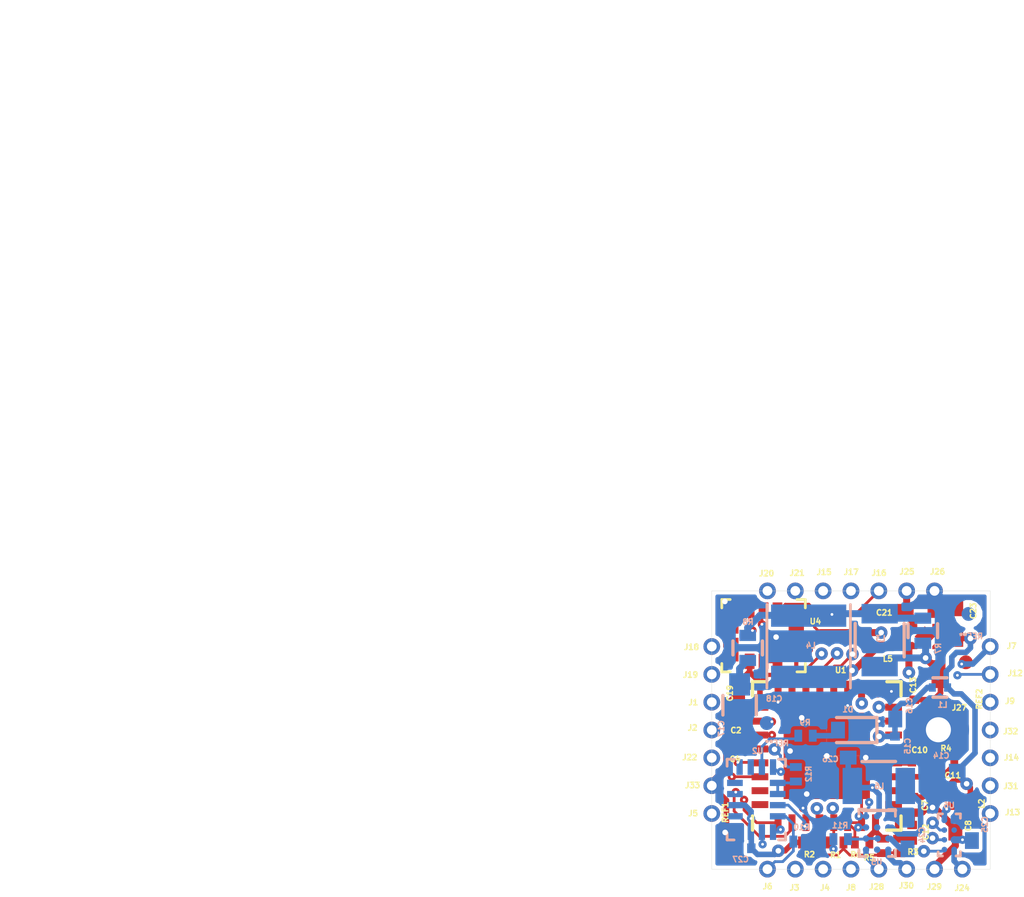
<source format=kicad_pcb>
(kicad_pcb (version 20171130) (host pcbnew "(5.0.2)-1")
  (layers (0 F.Cu signal) (1 In1.Cu signal) (2 In2.Cu signal) (31 B.Cu signal) (34 B.Paste user) (35 F.Paste user) (36 B.SilkS user) (37 F.SilkS user) (38 B.Mask user) (39 F.Mask user) (44 Edge.Cuts user))
  (net 0 "")
  (net 1 +1V8)
  (net 2 GND)
  (net 3 "Net-(U1-Pad31)")
  (net 4 "Net-(U1-Pad32)")
  (net 5 "Net-(C10-Pad1)")
  (net 6 "Net-(C10-Pad2)")
  (net 7 "Net-(C13-Pad1)")
  (net 8 "Net-(C13-Pad2)")
  (net 9 /SCL)
  (net 10 "Net-(C17-Pad1)")
  (net 11 "Net-(L3-Pad2)")
  (net 12 +5V)
  (net 13 /SDA)
  (net 14 "Net-(C24-Pad2)")
  (net 15 "Net-(L6-Pad2)")
  (net 16 "Net-(U4-Pad4)")
  (net 17 "Net-(U4-Pad9)")
  (net 18 "Net-(U4-Pad10)")
  (net 19 "Net-(U4-Pad11)")
  (net 20 "Net-(U5-PadB2)")
  (net 21 "Net-(U5-PadD2)")
  (net 22 GPO3/STROBE)
  (net 23 "Net-(U6-PadB1)")
  (net 24 "Net-(D1-Pad2)")
  (net 25 /PDN)
  (net 26 /SS_N)
  (net 27 /SCK)
  (net 28 /MISO)
  (net 29 /MOSI)
  (net 30 TRIG0)
  (net 31 /RST_N)
  (net 32 /V_EN)
  (net 33 /LOCK)
  (net 34 /CLK)
  (net 35 /D2)
  (net 36 /D3)
  (net 37 /D4)
  (net 38 /D5)
  (net 39 /D6)
  (net 40 /D7)
  (net 41 /D8)
  (net 42 /D9)
  (net 43 /FV)
  (net 44 /LV)
  (net 45 MON0)
  (net 46 /OPTOGEN)
  (net 47 /EX_BLUE)
  (net 48 /EX_GRN)
  (net 49 /MODE)
  (net 50 "Net-(C7-Pad1)")
  (net 51 "Net-(C15-Pad1)")
  (net 52 "Net-(R9-Pad1)")
  (net 53 "Net-(U1-Pad20)")
  (net 54 "Net-(R11-Pad1)")
  (net 55 "Net-(R12-Pad2)")
  (net 56 "Net-(U2-Pad1)")
  (net 57 "Net-(U2-Pad3)")
  (net 58 "Net-(U2-Pad4)")
  (net 59 "Net-(U2-Pad5)")
  (net 60 "Net-(U2-Pad6)")
  (module Inductors_SMD:L_0201 (layer F.Cu) (at 29.91 21.21 180)
    (fp_text reference L5 (at 0.0269 -0.46128 180) (layer F.SilkS) (effects (font (size 0.2 0.2) (thickness 0.05))))
    (fp_text value "742692003 ")
    (pad 2 smd rect (at 0.275 0 180) (size 0.25 0.3) (layers F.Cu F.Paste F.Mask) (net 10 "Net-(C17-Pad1)"))
    (pad 1 smd rect (at -0.275 0 180) (size 0.25 0.3) (layers F.Cu F.Paste F.Mask) (net 12 +5V))
  )
  (module Inductors_SMD:L_0201 (layer F.Cu) (at 32.87268 26.89606 270)
    (fp_text reference L2 (at -0.02032 -0.381 270) (layer F.SilkS) (effects (font (size 0.2 0.2) (thickness 0.05))))
    (fp_text value "742692003 ")
    (pad 2 smd rect (at 0.275 0 270) (size 0.25 0.3) (layers F.Cu F.Paste F.Mask) (net 50 "Net-(C7-Pad1)"))
    (pad 1 smd rect (at -0.275 0 270) (size 0.25 0.3) (layers F.Cu F.Paste F.Mask) (net 1 +1V8))
  )
  (module LEDs:LED_0402 (layer B.Cu) (at 28.54198 24.2316 180)
    (fp_text reference D1 (at 0.09398 0.74168 180) (layer B.SilkS) (effects (font (size 0.2 0.2) (thickness 0.05)) (justify mirror)))
    (fp_text value LED)
    (pad 2 smd rect (at 0.45 0) (size 0.5 0.6) (layers B.Cu B.Paste B.Mask) (net 24 "Net-(D1-Pad2)"))
    (pad 1 smd rect (at -0.45 0) (size 0.5 0.6) (layers B.Cu B.Paste B.Mask) (net 2 GND))
  )
  (module Fiducials:Fiducial_0.5mm_Dia_1mm_Outer (layer B.Cu) (at 25.53462 23.98014)
    (fp_text reference REF** (at 0.36068 0.72136) (layer B.SilkS) (effects (font (size 0.2 0.2) (thickness 0.05)) (justify mirror)))
    (fp_text value Fiducial_0.5mm_Dia_1mm_Outer)
    (pad ~ smd circle (at 0 0) (size 0.5 0.5) (layers B.Cu B.Mask) (clearance 0.25))
  )
  (module MICROCoax (layer F.Cu) (at 31.7 24.22034)
    (fp_text reference J27 (at 0.75104 -0.79392) (layer F.SilkS) (effects (font (size 0.2 0.2) (thickness 0.05))))
    (fp_text value Conn_01x03)
    (pad 2 smd rect (at 0.003 -2) (size 0.5 1) (layers F.Cu F.Paste F.Mask) (net 7 "Net-(C13-Pad1)"))
    (pad 3 smd circle (at 0 0) (size 2.2 2.2) (layers B.Cu B.Paste B.Mask) (net 2 GND))
    (pad 1 thru_hole circle (at 0 0) (size 1.3 1.3) (drill 0.9) (layers *.Cu *.Mask) (net 2 GND))
  )
  (module Capacitors_SMD:C_0201_NoSilk (layer F.Cu) (at 30.83104 23.42034 270)
    (fp_text reference C13 (at -0.80672 0.04116 270) (layer F.SilkS) (effects (font (size 0.2 0.2) (thickness 0.05))))
    (fp_text value 100nF)
    (pad 1 smd rect (at -0.28 0 270) (size 0.3 0.35) (layers F.Cu F.Paste F.Mask) (net 7 "Net-(C13-Pad1)"))
    (pad 2 smd rect (at 0.28 0 270) (size 0.3 0.35) (layers F.Cu F.Paste F.Mask) (net 8 "Net-(C13-Pad2)"))
  )
  (module Housings_CSP:castellated_hole_0.3 (layer F.Cu) (at 23.56 23.23)
    (fp_text reference J1 (at -0.66444 0.00846) (layer F.SilkS) (effects (font (size 0.2 0.2) (thickness 0.05))))
    (fp_text value SS_N hide)
    (pad 1 thru_hole circle (at 0 0) (size 0.6 0.6) (drill 0.35) (layers *.Cu *.Mask) (net 26 /SS_N))
  )
  (module Housings_CSP:castellated_hole_0.3 (layer F.Cu) (at 23.56 24.23)
    (fp_text reference J2 (at -0.68984 -0.08222) (layer F.SilkS) (effects (font (size 0.2 0.2) (thickness 0.05))))
    (fp_text value SCK hide)
    (pad 1 thru_hole circle (at 0 0) (size 0.6 0.6) (drill 0.35) (layers *.Cu *.Mask) (net 27 /SCK))
  )
  (module Housings_CSP:castellated_hole_0.3 (layer F.Cu) (at 26.56 29.23)
    (fp_text reference J3 (at -0.0297 0.6658) (layer F.SilkS) (effects (font (size 0.2 0.2) (thickness 0.05))))
    (fp_text value MISO hide)
    (pad 1 thru_hole circle (at 0 0) (size 0.6 0.6) (drill 0.35) (layers *.Cu *.Mask) (net 28 /MISO))
  )
  (module Housings_CSP:castellated_hole_0.3 (layer F.Cu) (at 27.56 29.23)
    (fp_text reference J4 (at 0.06504 0.6658) (layer F.SilkS) (effects (font (size 0.2 0.2) (thickness 0.05))))
    (fp_text value MOSI hide)
    (pad 1 thru_hole circle (at 0 0) (size 0.6 0.6) (drill 0.35) (layers *.Cu *.Mask) (net 29 /MOSI))
  )
  (module Housings_CSP:castellated_hole_0.3 (layer F.Cu) (at 23.56 27.23)
    (fp_text reference J5 (at -0.66952 -0.00374) (layer F.SilkS) (effects (font (size 0.2 0.2) (thickness 0.05))))
    (fp_text value TRIGGER0 hide)
    (pad 1 thru_hole circle (at 0 0) (size 0.6 0.6) (drill 0.35) (layers *.Cu *.Mask) (net 30 TRIG0))
  )
  (module Housings_CSP:castellated_hole_0.3 (layer F.Cu) (at 33.56 21.23)
    (fp_text reference J7 (at 0.77064 -0.021) (layer F.SilkS) (effects (font (size 0.2 0.2) (thickness 0.05))))
    (fp_text value VDD_EN hide)
    (pad 1 thru_hole circle (at 0 0) (size 0.6 0.6) (drill 0.35) (layers *.Cu *.Mask) (net 32 /V_EN))
  )
  (module Housings_CSP:castellated_hole_0.3 (layer F.Cu) (at 28.56 29.23)
    (fp_text reference J8 (at -0.00024 0.66072 180) (layer F.SilkS) (effects (font (size 0.2 0.2) (thickness 0.05))))
    (fp_text value LOCK hide)
    (pad 1 thru_hole circle (at 0 0) (size 0.6 0.6) (drill 0.35) (layers *.Cu *.Mask) (net 33 /LOCK))
  )
  (module Housings_CSP:castellated_hole_0.3 (layer F.Cu) (at 33.56 23.23)
    (fp_text reference J9 (at 0.70968 -0.0398) (layer F.SilkS) (effects (font (size 0.2 0.2) (thickness 0.05))))
    (fp_text value CLK_OUT hide)
    (pad 1 thru_hole circle (at 0 0) (size 0.6 0.6) (drill 0.35) (layers *.Cu *.Mask) (net 34 /CLK))
  )
  (module Housings_CSP:castellated_hole_0.3 (layer F.Cu) (at 33.56 22.23)
    (fp_text reference J12 (at 0.89764 -0.04056) (layer F.SilkS) (effects (font (size 0.2 0.2) (thickness 0.05))))
    (fp_text value DOUT2 hide)
    (pad 1 thru_hole circle (at 0 0) (size 0.6 0.6) (drill 0.35) (layers *.Cu *.Mask) (net 35 /D2))
  )
  (module Housings_CSP:castellated_hole_0.3 (layer F.Cu) (at 33.56 27.23)
    (fp_text reference J13 (at 0.80366 -0.04184) (layer F.SilkS) (effects (font (size 0.2 0.2) (thickness 0.05))))
    (fp_text value DOUT3 hide)
    (pad 1 thru_hole circle (at 0 0) (size 0.6 0.6) (drill 0.35) (layers *.Cu *.Mask) (net 36 /D3))
  )
  (module Housings_CSP:castellated_hole_0.3 (layer F.Cu) (at 33.56 25.23)
    (fp_text reference J14 (at 0.76556 -0.01034) (layer F.SilkS) (effects (font (size 0.2 0.2) (thickness 0.05))))
    (fp_text value DOUT4 hide)
    (pad 1 thru_hole circle (at 0 0) (size 0.6 0.6) (drill 0.35) (layers *.Cu *.Mask) (net 37 /D4))
  )
  (module Housings_CSP:castellated_hole_0.3 (layer F.Cu) (at 27.56 19.23)
    (fp_text reference J15 (at 0.03456 -0.6753) (layer F.SilkS) (effects (font (size 0.2 0.2) (thickness 0.05))))
    (fp_text value DOUT5 hide)
    (pad 1 thru_hole circle (at 0 0) (size 0.6 0.6) (drill 0.35) (layers *.Cu *.Mask) (net 38 /D5))
  )
  (module Housings_CSP:castellated_hole_0.3 (layer F.Cu) (at 29.56 19.23)
    (fp_text reference J16 (at 0.00814 -0.64736) (layer F.SilkS) (effects (font (size 0.2 0.2) (thickness 0.05))))
    (fp_text value DOUT6 hide)
    (pad 1 thru_hole circle (at 0 0) (size 0.6 0.6) (drill 0.35) (layers *.Cu *.Mask) (net 39 /D6))
  )
  (module Housings_CSP:castellated_hole_0.3 (layer F.Cu) (at 28.56 19.23)
    (fp_text reference J17 (at 0.00738 -0.67784) (layer F.SilkS) (effects (font (size 0.2 0.2) (thickness 0.05))))
    (fp_text value DOUT7 hide)
    (pad 1 thru_hole circle (at 0 0) (size 0.6 0.6) (drill 0.35) (layers *.Cu *.Mask) (net 40 /D7))
  )
  (module Housings_CSP:castellated_hole_0.3 (layer F.Cu) (at 23.56 21.23)
    (fp_text reference J18 (at -0.72794 0.01964) (layer F.SilkS) (effects (font (size 0.2 0.2) (thickness 0.05))))
    (fp_text value DOUT8 hide)
    (pad 1 thru_hole circle (at 0 0) (size 0.6 0.6) (drill 0.35) (layers *.Cu *.Mask) (net 41 /D8))
  )
  (module Housings_CSP:castellated_hole_0.3 (layer F.Cu) (at 23.56 22.23)
    (fp_text reference J19 (at -0.7635 0.01532) (layer F.SilkS) (effects (font (size 0.2 0.2) (thickness 0.05))))
    (fp_text value DOUT9 hide)
    (pad 1 thru_hole circle (at 0 0) (size 0.6 0.6) (drill 0.35) (layers *.Cu *.Mask) (net 42 /D9))
  )
  (module Housings_CSP:castellated_hole_0.3 (layer F.Cu) (at 25.56 19.23)
    (fp_text reference J20 (at -0.033 -0.62704) (layer F.SilkS) (effects (font (size 0.2 0.2) (thickness 0.05))))
    (fp_text value FRAME_VALID hide)
    (pad 1 thru_hole circle (at 0 0) (size 0.6 0.6) (drill 0.35) (layers *.Cu *.Mask) (net 43 /FV))
  )
  (module Housings_CSP:castellated_hole_0.3 (layer F.Cu) (at 26.56 19.23)
    (fp_text reference J21 (at 0.06428 -0.64482) (layer F.SilkS) (effects (font (size 0.2 0.2) (thickness 0.05))))
    (fp_text value LINE_VALID hide)
    (pad 1 thru_hole circle (at 0 0) (size 0.6 0.6) (drill 0.35) (layers *.Cu *.Mask) (net 44 /LV))
  )
  (module Housings_CSP:castellated_hole_0.3 (layer F.Cu) (at 23.56 25.23)
    (fp_text reference J22 (at -0.79144 -0.01796) (layer F.SilkS) (effects (font (size 0.2 0.2) (thickness 0.05))))
    (fp_text value MON0 hide)
    (pad 1 thru_hole circle (at 0 0) (size 0.6 0.6) (drill 0.35) (layers *.Cu *.Mask) (net 45 MON0))
  )
  (module Housings_CSP:castellated_hole_0.3 (layer F.Cu) (at 25.56 29.23)
    (fp_text reference J6 (at 0.0051 0.62008) (layer F.SilkS) (effects (font (size 0.2 0.2) (thickness 0.05))))
    (fp_text value RESET_N hide)
    (pad 1 thru_hole circle (at 0 0) (size 0.6 0.6) (drill 0.35) (layers *.Cu *.Mask) (net 31 /RST_N))
  )
  (module Housings_CSP:castellated_hole_0.3 (layer F.Cu) (at 30.56 19.23)
    (fp_text reference J25 (at 0.01144 -0.69054 180) (layer F.SilkS) (effects (font (size 0.2 0.2) (thickness 0.05))))
    (fp_text value POWER hide)
    (pad 1 thru_hole circle (at 0 0) (size 0.6 0.6) (drill 0.35) (layers *.Cu *.Mask) (net 12 +5V))
  )
  (module Housings_CSP:castellated_hole_0.3 (layer F.Cu) (at 31.56 19.23)
    (fp_text reference J26 (at 0.10872 -0.69054) (layer F.SilkS) (effects (font (size 0.2 0.2) (thickness 0.05))))
    (fp_text value GND hide)
    (pad 1 thru_hole circle (at 0 0) (size 0.6 0.6) (drill 0.35) (layers *.Cu *.Mask) (net 2 GND))
  )
  (module Housings_DFN_QFN:WQFN-32-1EP_5x5mm_Pitch0.5mm (layer F.Cu) (at 27.69104 25.16034 90)
    (fp_text reference U1 (at 3.08012 0.50042 180) (layer F.SilkS) (effects (font (size 0.2 0.2) (thickness 0.05))))
    (fp_text value DS90UR913A)
    (pad 33 smd rect (at -0.775 0.775 90) (size 1.55 1.55) (layers F.Cu F.Paste F.Mask) (net 2 GND))
    (pad 33 smd rect (at -0.775 -0.775 90) (size 1.55 1.55) (layers F.Cu F.Paste F.Mask) (net 2 GND))
    (pad 33 smd rect (at 0.775 -0.775 90) (size 1.55 1.55) (layers F.Cu F.Paste F.Mask) (net 2 GND))
    (pad 1 smd rect (at -2.4 -1.75 180) (size 0.25 0.6) (layers F.Cu F.Paste F.Mask) (net 44 /LV))
    (pad 2 smd rect (at -2.4 -1.25 180) (size 0.25 0.6) (layers F.Cu F.Paste F.Mask) (net 43 /FV))
    (pad 3 smd rect (at -2.4 -0.75 180) (size 0.25 0.6) (layers F.Cu F.Paste F.Mask) (net 34 /CLK))
    (pad 4 smd rect (at -2.4 -0.25 180) (size 0.25 0.6) (layers F.Cu F.Paste F.Mask) (net 9 /SCL))
    (pad 5 smd rect (at -2.4 0.25 180) (size 0.25 0.6) (layers F.Cu F.Paste F.Mask) (net 13 /SDA))
    (pad 6 smd rect (at -2.4 0.75 180) (size 0.25 0.6) (layers F.Cu F.Paste F.Mask) (net 2 GND))
    (pad 7 smd rect (at -2.4 1.25 180) (size 0.25 0.6) (layers F.Cu F.Paste F.Mask) (net 2 GND))
    (pad 8 smd rect (at -2.4 1.75 180) (size 0.25 0.6) (layers F.Cu F.Paste F.Mask) (net 49 /MODE))
    (pad 9 smd rect (at -1.75 2.4 90) (size 0.25 0.6) (layers F.Cu F.Paste F.Mask) (net 25 /PDN))
    (pad 10 smd rect (at -1.25 2.4 90) (size 0.25 0.6) (layers F.Cu F.Paste F.Mask) (net 50 "Net-(C7-Pad1)"))
    (pad 11 smd rect (at -0.75 2.4 90) (size 0.25 0.6) (layers F.Cu F.Paste F.Mask) (net 1 +1V8))
    (pad 12 smd rect (at -0.25 2.4 90) (size 0.25 0.6) (layers F.Cu F.Paste F.Mask) (net 6 "Net-(C10-Pad2)"))
    (pad 13 smd rect (at 0.25 2.4 90) (size 0.25 0.6) (layers F.Cu F.Paste F.Mask) (net 8 "Net-(C13-Pad2)"))
    (pad 14 smd rect (at 0.75 2.4 90) (size 0.25 0.6) (layers F.Cu F.Paste F.Mask) (net 51 "Net-(C15-Pad1)"))
    (pad 15 smd rect (at 1.25 2.4 90) (size 0.25 0.6) (layers F.Cu F.Paste F.Mask) (net 29 /MOSI))
    (pad 16 smd rect (at 1.75 2.4 90) (size 0.25 0.6) (layers F.Cu F.Paste F.Mask) (net 27 /SCK))
    (pad 17 smd rect (at 2.4 1.75 180) (size 0.25 0.6) (layers F.Cu F.Paste F.Mask) (net 22 GPO3/STROBE))
    (pad 18 smd rect (at 2.4 1.25 180) (size 0.25 0.6) (layers F.Cu F.Paste F.Mask) (net 26 /SS_N))
    (pad 19 smd rect (at 2.4 0.75 180) (size 0.25 0.6) (layers F.Cu F.Paste F.Mask) (net 28 /MISO))
    (pad 20 smd rect (at 2.4 0.25 180) (size 0.25 0.6) (layers F.Cu F.Paste F.Mask) (net 53 "Net-(U1-Pad20)"))
    (pad 21 smd rect (at 2.4 -0.25 180) (size 0.25 0.6) (layers F.Cu F.Paste F.Mask) (net 35 /D2))
    (pad 22 smd rect (at 2.4 -0.75 180) (size 0.25 0.6) (layers F.Cu F.Paste F.Mask) (net 36 /D3))
    (pad 23 smd rect (at 2.4 -1.25 180) (size 0.25 0.6) (layers F.Cu F.Paste F.Mask) (net 37 /D4))
    (pad 24 smd rect (at 2.4 -1.75 180) (size 0.25 0.6) (layers F.Cu F.Paste F.Mask) (net 38 /D5))
    (pad 25 smd rect (at 1.75 -2.4 90) (size 0.25 0.6) (layers F.Cu F.Paste F.Mask) (net 1 +1V8))
    (pad 26 smd rect (at 1.25 -2.4 90) (size 0.25 0.6) (layers F.Cu F.Paste F.Mask) (net 39 /D6))
    (pad 27 smd rect (at 0.75 -2.4 90) (size 0.25 0.6) (layers F.Cu F.Paste F.Mask) (net 40 /D7))
    (pad 28 smd rect (at 0.25 -2.4 90) (size 0.25 0.6) (layers F.Cu F.Paste F.Mask) (net 1 +1V8))
    (pad 29 smd rect (at -0.25 -2.4 90) (size 0.25 0.6) (layers F.Cu F.Paste F.Mask) (net 41 /D8))
    (pad 30 smd rect (at -0.75 -2.4 90) (size 0.25 0.6) (layers F.Cu F.Paste F.Mask) (net 42 /D9))
    (pad 31 smd rect (at -1.25 -2.4 90) (size 0.25 0.6) (layers F.Cu F.Paste F.Mask) (net 3 "Net-(U1-Pad31)"))
    (pad 32 smd rect (at -1.75 -2.4 90) (size 0.25 0.6) (layers F.Cu F.Paste F.Mask) (net 4 "Net-(U1-Pad32)"))
    (pad 33 smd rect (at 0.775 0.775 90) (size 1.55 1.55) (layers F.Cu F.Paste F.Mask) (net 2 GND))
  )
  (module Capacitors_SMD:C_0201_NoSilk (layer F.Cu) (at 24.37104 23.75034 180)
    (fp_text reference C2 (at -0.05868 -0.49142 180) (layer F.SilkS) (effects (font (size 0.2 0.2) (thickness 0.05))))
    (fp_text value 10nF)
    (pad 1 smd rect (at -0.28 0 180) (size 0.3 0.35) (layers F.Cu F.Paste F.Mask) (net 1 +1V8))
    (pad 2 smd rect (at 0.28 0 180) (size 0.3 0.35) (layers F.Cu F.Paste F.Mask) (net 2 GND))
  )
  (module Capacitors_SMD:C_0201_NoSilk (layer F.Cu) (at 24.36104 24.74034 180)
    (fp_text reference C4 (at -0.0382 -0.5352 180) (layer F.SilkS) (effects (font (size 0.2 0.2) (thickness 0.05))))
    (fp_text value 10nF)
    (pad 1 smd rect (at -0.28 0 180) (size 0.3 0.35) (layers F.Cu F.Paste F.Mask) (net 1 +1V8))
    (pad 2 smd rect (at 0.28 0 180) (size 0.3 0.35) (layers F.Cu F.Paste F.Mask) (net 2 GND))
  )
  (module Capacitors_SMD:C_0201_NoSilk (layer F.Cu) (at 30.80104 26.92034 270)
    (fp_text reference C7 (at 0.0189 -0.4181 270) (layer F.SilkS) (effects (font (size 0.2 0.2) (thickness 0.05))))
    (fp_text value 10nF)
    (pad 1 smd rect (at -0.28 0 270) (size 0.3 0.35) (layers F.Cu F.Paste F.Mask) (net 50 "Net-(C7-Pad1)"))
    (pad 2 smd rect (at 0.28 0 270) (size 0.3 0.35) (layers F.Cu F.Paste F.Mask) (net 2 GND))
  )
  (module Capacitors_SMD:C_0402_NoSilk (layer F.Cu) (at 32.3088 27.35072 270)
    (fp_text reference C8 (at 0.3175 -0.46482 270) (layer F.SilkS) (effects (font (size 0.2 0.2) (thickness 0.05))))
    (fp_text value 4.7uF)
    (pad 1 smd rect (at -0.55 0 270) (size 0.6 0.5) (layers F.Cu F.Paste F.Mask) (net 50 "Net-(C7-Pad1)"))
    (pad 2 smd rect (at 0.55 0 270) (size 0.6 0.5) (layers F.Cu F.Paste F.Mask) (net 2 GND))
  )
  (module Capacitors_SMD:C_0201_NoSilk (layer F.Cu) (at 31.02864 25.36444 180)
    (fp_text reference C10 (at 0.00254 0.41402 180) (layer F.SilkS) (effects (font (size 0.2 0.2) (thickness 0.05))))
    (fp_text value 47nF)
    (pad 1 smd rect (at -0.28 0 180) (size 0.3 0.35) (layers F.Cu F.Paste F.Mask) (net 5 "Net-(C10-Pad1)"))
    (pad 2 smd rect (at 0.28 0 180) (size 0.3 0.35) (layers F.Cu F.Paste F.Mask) (net 6 "Net-(C10-Pad2)"))
  )
  (module Capacitors_SMD:C_0201_NoSilk (layer F.Cu) (at 31.4198 25.84196)
    (fp_text reference C11 (at 0.79756 0.01778) (layer F.SilkS) (effects (font (size 0.2 0.2) (thickness 0.05))))
    (fp_text value 10nF)
    (pad 1 smd rect (at -0.28 0) (size 0.3 0.35) (layers F.Cu F.Paste F.Mask) (net 1 +1V8))
    (pad 2 smd rect (at 0.28 0) (size 0.3 0.35) (layers F.Cu F.Paste F.Mask) (net 2 GND))
  )
  (module Capacitors_SMD:C_0201_NoSilk (layer F.Cu) (at 30.75722 27.92226 90)
    (fp_text reference C12 (at 0.02798 0.48732 90) (layer F.SilkS) (effects (font (size 0.2 0.2) (thickness 0.05))))
    (fp_text value 1uF)
    (pad 1 smd rect (at -0.28 0 90) (size 0.3 0.35) (layers F.Cu F.Paste F.Mask) (net 25 /PDN))
    (pad 2 smd rect (at 0.28 0 90) (size 0.3 0.35) (layers F.Cu F.Paste F.Mask) (net 2 GND))
  )
  (module Capacitors_SMD:C_0402_NoSilk (layer B.Cu) (at 31.82656 25.69468 180)
    (fp_text reference C14 (at 0.02576 0.5436 180) (layer B.SilkS) (effects (font (size 0.2 0.2) (thickness 0.05)) (justify mirror)))
    (fp_text value 4.7uF)
    (pad 1 smd rect (at -0.55 0 180) (size 0.6 0.5) (layers B.Cu B.Paste B.Mask) (net 1 +1V8))
    (pad 2 smd rect (at 0.55 0 180) (size 0.6 0.5) (layers B.Cu B.Paste B.Mask) (net 2 GND))
  )
  (module Capacitors_SMD:C_0201_NoSilk (layer B.Cu) (at 30.14 24.74 270)
    (fp_text reference C15 (at 0.06564 -0.4543 270) (layer B.SilkS) (effects (font (size 0.2 0.2) (thickness 0.05)) (justify mirror)))
    (fp_text value 10nF)
    (pad 1 smd rect (at -0.28 0 270) (size 0.3 0.35) (layers B.Cu B.Paste B.Mask) (net 51 "Net-(C15-Pad1)"))
    (pad 2 smd rect (at 0.28 0 270) (size 0.3 0.35) (layers B.Cu B.Paste B.Mask) (net 2 GND))
  )
  (module Capacitors_SMD:C_0402_NoSilk (layer B.Cu) (at 30.1498 23.28418 90)
    (fp_text reference C16 (at -0.06858 0.508 90) (layer B.SilkS) (effects (font (size 0.2 0.2) (thickness 0.05)) (justify mirror)))
    (fp_text value 4.7uF)
    (pad 1 smd rect (at -0.55 0 90) (size 0.6 0.5) (layers B.Cu B.Paste B.Mask) (net 51 "Net-(C15-Pad1)"))
    (pad 2 smd rect (at 0.55 0 90) (size 0.6 0.5) (layers B.Cu B.Paste B.Mask) (net 2 GND))
  )
  (module Inductors_SMD:L_0201 (layer B.Cu) (at 31.75508 22.70252 180)
    (fp_text reference L1 (at -0.09398 -0.61976 180) (layer B.SilkS) (effects (font (size 0.2 0.2) (thickness 0.05)) (justify mirror)))
    (fp_text value "742692003 ")
    (pad 2 smd rect (at 0.275 0 180) (size 0.25 0.3) (layers B.Cu B.Paste B.Mask) (net 51 "Net-(C15-Pad1)"))
    (pad 1 smd rect (at -0.275 0 180) (size 0.25 0.3) (layers B.Cu B.Paste B.Mask) (net 1 +1V8))
  )
  (module Resistors_SMD:R_0201_NoSilk (layer F.Cu) (at 28.03 28.27)
    (fp_text reference R1 (at -0.02142 0.45232) (layer F.SilkS) (effects (font (size 0.2 0.2) (thickness 0.05))))
    (fp_text value 1k)
    (pad 1 smd rect (at -0.26 0) (size 0.28 0.43) (layers F.Cu F.Paste F.Mask) (net 13 /SDA))
    (pad 2 smd rect (at 0.26 0) (size 0.28 0.43) (layers F.Cu F.Paste F.Mask) (net 1 +1V8))
  )
  (module Resistors_SMD:R_0201_NoSilk (layer F.Cu) (at 27.06 28.27 180)
    (fp_text reference R2 (at -0.00878 -0.432 180) (layer F.SilkS) (effects (font (size 0.2 0.2) (thickness 0.05))))
    (fp_text value 1k)
    (pad 1 smd rect (at -0.26 0 180) (size 0.28 0.43) (layers F.Cu F.Paste F.Mask) (net 9 /SCL))
    (pad 2 smd rect (at 0.26 0 180) (size 0.28 0.43) (layers F.Cu F.Paste F.Mask) (net 1 +1V8))
  )
  (module Resistors_SMD:R_0201_NoSilk (layer F.Cu) (at 30.2895 28.39974 90)
    (fp_text reference R3 (at -0.21082 0.50038 180) (layer F.SilkS) (effects (font (size 0.2 0.2) (thickness 0.05))))
    (fp_text value 10k)
    (pad 1 smd rect (at -0.26 0 90) (size 0.28 0.43) (layers F.Cu F.Paste F.Mask) (net 1 +1V8))
    (pad 2 smd rect (at 0.26 0 90) (size 0.28 0.43) (layers F.Cu F.Paste F.Mask) (net 25 /PDN))
  )
  (module Resistors_SMD:R_0201_NoSilk (layer F.Cu) (at 32.01 25.31 180)
    (fp_text reference R4 (at 0.03648 0.42054 180) (layer F.SilkS) (effects (font (size 0.2 0.2) (thickness 0.05))))
    (fp_text value 49R9)
    (pad 1 smd rect (at -0.26 0 180) (size 0.28 0.43) (layers F.Cu F.Paste F.Mask) (net 2 GND))
    (pad 2 smd rect (at 0.26 0 180) (size 0.28 0.43) (layers F.Cu F.Paste F.Mask) (net 5 "Net-(C10-Pad1)"))
  )
  (module Resistors_SMD:R_0201_NoSilk (layer F.Cu) (at 29.71292 28.39466 90)
    (fp_text reference R5 (at -0.42164 -0.4953 180) (layer F.SilkS) (effects (font (size 0.2 0.2) (thickness 0.05))))
    (fp_text value 10k)
    (pad 1 smd rect (at -0.26 0 90) (size 0.28 0.43) (layers F.Cu F.Paste F.Mask) (net 1 +1V8))
    (pad 2 smd rect (at 0.26 0 90) (size 0.28 0.43) (layers F.Cu F.Paste F.Mask) (net 49 /MODE))
  )
  (module Resistors_SMD:R_0201_NoSilk (layer F.Cu) (at 28.96 28.27 180)
    (fp_text reference R6 (at 0.2199 -0.43708 180) (layer F.SilkS) (effects (font (size 0.2 0.2) (thickness 0.05))))
    (fp_text value 100k)
    (pad 1 smd rect (at -0.26 0 180) (size 0.28 0.43) (layers F.Cu F.Paste F.Mask) (net 49 /MODE))
    (pad 2 smd rect (at 0.26 0 180) (size 0.28 0.43) (layers F.Cu F.Paste F.Mask) (net 2 GND))
  )
  (module Capacitors_SMD:C_0201_NoSilk (layer B.Cu) (at 25.27 22.94 270)
    (fp_text reference C18 (at 0.16384 -0.53132) (layer B.SilkS) (effects (font (size 0.2 0.2) (thickness 0.05)) (justify mirror)))
    (fp_text value 100nF)
    (pad 1 smd rect (at -0.28 0 270) (size 0.3 0.35) (layers B.Cu B.Paste B.Mask) (net 10 "Net-(C17-Pad1)"))
    (pad 2 smd rect (at 0.28 0 270) (size 0.3 0.35) (layers B.Cu B.Paste B.Mask) (net 2 GND))
  )
  (module Inductors_SMD:L_0805 (layer B.Cu) (at 29.59 21 90)
    (fp_text reference L3 (at 0.0577 0.03402 180) (layer B.SilkS) (effects (font (size 0.2 0.2) (thickness 0.05)) (justify mirror)))
    (fp_text value "CIG21L4R7MNE ")
    (pad 1 smd rect (at -0.95 0 90) (size 0.7 1.3) (layers B.Cu B.Paste B.Mask) (net 7 "Net-(C13-Pad1)"))
    (pad 2 smd rect (at 0.95 0 90) (size 0.7 1.3) (layers B.Cu B.Paste B.Mask) (net 11 "Net-(L3-Pad2)"))
  )
  (module LocalFootprtLib:XDFN4 (layer F.Cu) (at 31.21104 20.87034 180)
    (fp_text reference U3)
    (fp_text value NCP163_1.8V)
    (pad 3 smd rect (at 0.398 0.323 45) (size 0.212 0.15) (layers F.Cu F.Paste F.Mask) (net 12 +5V))
    (pad 3 smd rect (at 0.465 0.4 90) (size 0.11 0.39) (layers F.Cu F.Paste F.Mask) (net 12 +5V))
    (pad 3 smd rect (at 0.54 0.325 90) (size 0.26 0.24) (layers F.Cu F.Paste F.Mask) (net 12 +5V))
    (pad 1 smd rect (at -0.54 -0.325 270) (size 0.26 0.24) (layers F.Cu F.Paste F.Mask) (net 1 +1V8))
    (pad 1 smd rect (at -0.465 -0.4 270) (size 0.11 0.39) (layers F.Cu F.Paste F.Mask) (net 1 +1V8))
    (pad 1 smd rect (at -0.398 -0.323 225) (size 0.212 0.15) (layers F.Cu F.Paste F.Mask) (net 1 +1V8))
    (pad 4 smd rect (at 0.397 -0.323 135) (size 0.212 0.15) (layers F.Cu F.Paste F.Mask) (net 12 +5V))
    (pad 4 smd rect (at 0.464 -0.4 90) (size 0.11 0.39) (layers F.Cu F.Paste F.Mask) (net 12 +5V))
    (pad 4 smd rect (at 0.54 -0.325 90) (size 0.26 0.24) (layers F.Cu F.Paste F.Mask) (net 12 +5V))
    (pad 5 smd rect (at 0 0 225) (size 0.52 0.52) (layers F.Cu F.Paste F.Mask))
    (pad 2 smd rect (at -0.54 0.325 270) (size 0.26 0.24) (layers F.Cu F.Paste F.Mask) (net 2 GND))
    (pad 2 smd rect (at -0.465 0.4 270) (size 0.11 0.39) (layers F.Cu F.Paste F.Mask) (net 2 GND))
    (pad 2 smd rect (at -0.398 0.323 315) (size 0.212 0.15) (layers F.Cu F.Paste F.Mask) (net 2 GND))
  )
  (module Capacitors_SMD:C_0402_NoSilk (layer F.Cu) (at 31.06 19.95)
    (fp_text reference C21 (at -1.3039 0.06266) (layer F.SilkS) (effects (font (size 0.2 0.2) (thickness 0.05))))
    (fp_text value 1uF)
    (pad 1 smd rect (at -0.55 0) (size 0.6 0.5) (layers F.Cu F.Paste F.Mask) (net 12 +5V))
    (pad 2 smd rect (at 0.55 0) (size 0.6 0.5) (layers F.Cu F.Paste F.Mask) (net 2 GND))
  )
  (module Capacitors_SMD:C_0402_NoSilk (layer F.Cu) (at 32.34 20.39 90)
    (fp_text reference C23 (at 0.44084 0.61396 270) (layer F.SilkS) (effects (font (size 0.2 0.2) (thickness 0.05))))
    (fp_text value 1uF)
    (pad 1 smd rect (at -0.55 0 90) (size 0.6 0.5) (layers F.Cu F.Paste F.Mask) (net 1 +1V8))
    (pad 2 smd rect (at 0.55 0 90) (size 0.6 0.5) (layers F.Cu F.Paste F.Mask) (net 2 GND))
  )
  (module Capacitors_SMD:C_0402_NoSilk (layer B.Cu) (at 30.59 27.95 270)
    (fp_text reference C24 (at 0.05096 -0.51992 270) (layer B.SilkS) (effects (font (size 0.2 0.2) (thickness 0.05)) (justify mirror)))
    (fp_text value 10uF)
    (pad 1 smd rect (at -0.55 0 270) (size 0.6 0.5) (layers B.Cu B.Paste B.Mask) (net 2 GND))
    (pad 2 smd rect (at 0.55 0 270) (size 0.6 0.5) (layers B.Cu B.Paste B.Mask) (net 14 "Net-(C24-Pad2)"))
  )
  (module Inductors_SMD:L_0805 (layer B.Cu) (at 29.56 26.24)
    (fp_text reference L6 (at 0.01576 0.00582) (layer B.SilkS) (effects (font (size 0.2 0.2) (thickness 0.05)) (justify mirror)))
    (fp_text value DFE201610P-1R0M)
    (pad 1 smd rect (at -0.95 0) (size 0.7 1.3) (layers B.Cu B.Paste B.Mask) (net 12 +5V))
    (pad 2 smd rect (at 0.95 0) (size 0.7 1.3) (layers B.Cu B.Paste B.Mask) (net 15 "Net-(L6-Pad2)"))
  )
  (module LocalFootprtLib:LGA-142.5x3x0.8614L (layer F.Cu) (at 25.42 20.84)
    (fp_text reference U4 (at 1.86214 -0.51492) (layer F.SilkS) (effects (font (size 0.2 0.2) (thickness 0.05))))
    (fp_text value LSM6DS3H)
    (pad 1 smd rect (at -1.175 -0.75) (size 0.55 0.35) (layers F.Cu F.Paste F.Mask) (net 2 GND))
    (pad 2 smd rect (at -1.175 -0.25) (size 0.55 0.35) (layers F.Cu F.Paste F.Mask) (net 2 GND))
    (pad 3 smd rect (at -1.175 0.25) (size 0.55 0.35) (layers F.Cu F.Paste F.Mask) (net 2 GND))
    (pad 4 smd rect (at -1.175 0.75) (size 0.55 0.35) (layers F.Cu F.Paste F.Mask) (net 16 "Net-(U4-Pad4)"))
    (pad 5 smd rect (at -0.5 0.92 90) (size 0.55 0.35) (layers F.Cu F.Paste F.Mask) (net 1 +1V8))
    (pad 6 smd rect (at 0 0.92 90) (size 0.55 0.35) (layers F.Cu F.Paste F.Mask) (net 2 GND))
    (pad 7 smd rect (at 0.5 0.92 90) (size 0.55 0.35) (layers F.Cu F.Paste F.Mask) (net 2 GND))
    (pad 8 smd rect (at 1.175 0.75) (size 0.55 0.35) (layers F.Cu F.Paste F.Mask) (net 1 +1V8))
    (pad 9 smd rect (at 1.175 0.25) (size 0.55 0.35) (layers F.Cu F.Paste F.Mask) (net 17 "Net-(U4-Pad9)"))
    (pad 10 smd rect (at 1.175 -0.25) (size 0.55 0.35) (layers F.Cu F.Paste F.Mask) (net 18 "Net-(U4-Pad10)"))
    (pad 11 smd rect (at 1.175 -0.75) (size 0.55 0.35) (layers F.Cu F.Paste F.Mask) (net 19 "Net-(U4-Pad11)"))
    (pad 12 smd rect (at 0.5 -0.92 90) (size 0.55 0.35) (layers F.Cu F.Paste F.Mask) (net 1 +1V8))
    (pad 13 smd rect (at 0 -0.92 90) (size 0.55 0.35) (layers F.Cu F.Paste F.Mask) (net 9 /SCL))
    (pad 14 smd rect (at -0.5 -0.92 90) (size 0.55 0.35) (layers F.Cu F.Paste F.Mask) (net 13 /SDA))
  )
  (module LocalFootprtLib:DSBGA-12-1.69x1.31-pitch0.4 (layer B.Cu) (at 29.5 27.93 180)
    (fp_text reference U5 (at 0.01822 -1.04378 180) (layer B.SilkS) (effects (font (size 0.2 0.2) (thickness 0.05)) (justify mirror)))
    (fp_text value LM3643)
    (pad B2 smd circle (at 0 0.2 90) (size 0.23 0.23) (layers B.Cu B.Paste B.Mask) (net 20 "Net-(U5-PadB2)"))
    (pad B3 smd circle (at 0.4 0.2 90) (size 0.23 0.23) (layers B.Cu B.Paste B.Mask) (net 9 /SCL))
    (pad B1 smd circle (at -0.4 0.2 90) (size 0.23 0.23) (layers B.Cu B.Paste B.Mask) (net 15 "Net-(L6-Pad2)"))
    (pad A2 smd circle (at 0 0.6 90) (size 0.23 0.23) (layers B.Cu B.Paste B.Mask) (net 12 +5V))
    (pad C2 smd circle (at -0.018 -0.2 90) (size 0.23 0.23) (layers B.Cu B.Paste B.Mask) (net 54 "Net-(R11-Pad1)"))
    (pad D2 smd circle (at 0 -0.6 90) (size 0.23 0.23) (layers B.Cu B.Paste B.Mask) (net 21 "Net-(U5-PadD2)"))
    (pad D3 smd circle (at 0.4 -0.6 90) (size 0.23 0.23) (layers B.Cu B.Paste B.Mask) (net 47 /EX_BLUE))
    (pad C3 smd circle (at 0.4 -0.2 90) (size 0.23 0.23) (layers B.Cu B.Paste B.Mask) (net 54 "Net-(R11-Pad1)"))
    (pad C1 smd circle (at -0.4 -0.2 90) (size 0.23 0.23) (layers B.Cu B.Paste B.Mask) (net 14 "Net-(C24-Pad2)"))
    (pad D1 smd circle (at -0.4 -0.6 90) (size 0.23 0.23) (layers B.Cu B.Paste B.Mask) (net 48 /EX_GRN))
    (pad A1 smd circle (at -0.4 0.6 90) (size 0.23 0.23) (layers B.Cu B.Paste B.Mask) (net 2 GND))
    (pad A3 smd circle (at 0.4 0.6 90) (size 0.23 0.23) (layers B.Cu B.Paste B.Mask) (net 13 /SDA))
  )
  (module Capacitors_SMD:C_0402_NoSilk (layer B.Cu) (at 32.90316 27.65298 270)
    (fp_text reference C25 (at -0.02794 -0.46482 270) (layer B.SilkS) (effects (font (size 0.2 0.2) (thickness 0.05)) (justify mirror)))
    (fp_text value 10uF)
    (pad 1 smd rect (at -0.55 0 270) (size 0.6 0.5) (layers B.Cu B.Paste B.Mask) (net 2 GND))
    (pad 2 smd rect (at 0.55 0 270) (size 0.6 0.5) (layers B.Cu B.Paste B.Mask) (net 12 +5V))
  )
  (module LocalFootprtLib:DSBGA-8-1.512x0.8-pitch0.35 (layer B.Cu) (at 32.09 28 180)
    (fp_text reference U6 (at 0.00726 1.0633 180) (layer B.SilkS) (effects (font (size 0.2 0.2) (thickness 0.05)) (justify mirror)))
    (fp_text value LM36011)
    (pad A1 smd circle (at -0.175 0.525 90) (size 0.2 0.2) (layers B.Cu B.Paste B.Mask) (net 2 GND))
    (pad A2 smd circle (at 0.175 0.525 90) (size 0.2 0.2) (layers B.Cu B.Paste B.Mask) (net 12 +5V))
    (pad B1 smd circle (at -0.175 0.175 90) (size 0.2 0.2) (layers B.Cu B.Paste B.Mask) (net 23 "Net-(U6-PadB1)"))
    (pad B2 smd circle (at 0.175 0.175 90) (size 0.2 0.2) (layers B.Cu B.Paste B.Mask) (net 22 GPO3/STROBE))
    (pad C1 smd circle (at -0.175 -0.175 90) (size 0.2 0.2) (layers B.Cu B.Paste B.Mask) (net 12 +5V))
    (pad C2 smd circle (at 0.175 -0.175 90) (size 0.2 0.2) (layers B.Cu B.Paste B.Mask) (net 13 /SDA))
    (pad D1 smd circle (at -0.175 -0.525 90) (size 0.2 0.2) (layers B.Cu B.Paste B.Mask) (net 46 /OPTOGEN))
    (pad D2 smd circle (at 0.175 -0.525 90) (size 0.2 0.2) (layers B.Cu B.Paste B.Mask) (net 9 /SCL))
  )
  (module Capacitors_SMD:C_0402_NoSilk (layer B.Cu) (at 29.01 25.22 180)
    (fp_text reference C26 (at 1.18938 -0.05554 180) (layer B.SilkS) (effects (font (size 0.2 0.2) (thickness 0.05)) (justify mirror)))
    (fp_text value 10uF)
    (pad 1 smd rect (at -0.55 0 180) (size 0.6 0.5) (layers B.Cu B.Paste B.Mask) (net 2 GND))
    (pad 2 smd rect (at 0.55 0 180) (size 0.6 0.5) (layers B.Cu B.Paste B.Mask) (net 12 +5V))
  )
  (module Capacitors_SMD:C_0201_NoSilk (layer B.Cu) (at 24.7 28.48 180)
    (fp_text reference C27 (at 0.10518 -0.3998 180) (layer B.SilkS) (effects (font (size 0.2 0.2) (thickness 0.05)) (justify mirror)))
    (fp_text value 100nF)
    (pad 1 smd rect (at -0.28 0 180) (size 0.3 0.35) (layers B.Cu B.Paste B.Mask) (net 1 +1V8))
    (pad 2 smd rect (at 0.28 0 180) (size 0.3 0.35) (layers B.Cu B.Paste B.Mask) (net 2 GND))
  )
  (module Housings_CSP:castellated_hole_0.3 (layer F.Cu) (at 29.56 29.23)
    (fp_text reference J28 (at -0.08076 0.63532) (layer F.SilkS) (effects (font (size 0.2 0.2) (thickness 0.05))))
    (fp_text value EX_BLUE hide)
    (pad 1 thru_hole circle (at 0 0) (size 0.6 0.6) (drill 0.35) (layers *.Cu *.Mask) (net 47 /EX_BLUE))
  )
  (module Housings_CSP:castellated_hole_0.3 (layer F.Cu) (at 30.56 29.23)
    (fp_text reference J30 (at -0.01142 0.59214) (layer F.SilkS) (effects (font (size 0.2 0.2) (thickness 0.05))))
    (fp_text value EX_GREEN hide)
    (pad 1 thru_hole circle (at 0 0) (size 0.6 0.6) (drill 0.35) (layers *.Cu *.Mask) (net 48 /EX_GRN))
  )
  (module Resistors_SMD:R_0201_NoSilk (layer B.Cu) (at 26.92654 24.4348)
    (fp_text reference R9 (at -0.01524 -0.47498) (layer B.SilkS) (effects (font (size 0.2 0.2) (thickness 0.05)) (justify mirror)))
    (fp_text value 10k)
    (pad 1 smd rect (at -0.26 0) (size 0.28 0.43) (layers B.Cu B.Paste B.Mask) (net 52 "Net-(R9-Pad1)"))
    (pad 2 smd rect (at 0.26 0) (size 0.28 0.43) (layers B.Cu B.Paste B.Mask) (net 24 "Net-(D1-Pad2)"))
  )
  (module Housings_CSP:castellated_hole_0.3 (layer F.Cu) (at 32.56104 29.23034)
    (fp_text reference J24 (at -0.0084 0.67562) (layer F.SilkS) (effects (font (size 0.2 0.2) (thickness 0.05))))
    (fp_text value OPTOGENTIC hide)
    (pad 1 thru_hole circle (at 0 0) (size 0.6 0.6) (drill 0.35) (layers *.Cu *.Mask) (net 46 /OPTOGEN))
  )
  (module Housings_CSP:castellated_hole_0.3 (layer F.Cu) (at 31.56104 29.23034)
    (fp_text reference J29 (at -0.00916 0.63498) (layer F.SilkS) (effects (font (size 0.2 0.2) (thickness 0.05))))
    (fp_text value GND hide)
    (pad 1 thru_hole circle (at 0 0) (size 0.6 0.6) (drill 0.35) (layers *.Cu *.Mask) (net 2 GND))
  )
  (module Housings_CSP:castellated_hole_0.3 (layer F.Cu) (at 33.56 26.23)
    (fp_text reference J31 (at 0.7427 0.01582) (layer F.SilkS) (effects (font (size 0.2 0.2) (thickness 0.05))))
    (fp_text value SCL hide)
    (pad 1 thru_hole circle (at 0 0) (size 0.6 0.6) (drill 0.35) (layers *.Cu *.Mask) (net 9 /SCL))
  )
  (module Housings_CSP:castellated_hole_0.3 (layer F.Cu) (at 33.56 24.23)
    (fp_text reference J32 (at 0.73508 0.04986) (layer F.SilkS) (effects (font (size 0.2 0.2) (thickness 0.05))))
    (fp_text value SDA hide)
    (pad 1 thru_hole circle (at 0 0) (size 0.6 0.6) (drill 0.35) (layers *.Cu *.Mask) (net 13 /SDA))
  )
  (module Capacitors_SMD:C_0201_NoSilk (layer F.Cu) (at 24.58 22.75 270)
    (fp_text reference C19 (at 0.15826 0.36872 270) (layer F.SilkS) (effects (font (size 0.2 0.2) (thickness 0.05))))
    (fp_text value 100nF)
    (pad 1 smd rect (at -0.28 0 270) (size 0.3 0.35) (layers F.Cu F.Paste F.Mask) (net 1 +1V8))
    (pad 2 smd rect (at 0.28 0 270) (size 0.3 0.35) (layers F.Cu F.Paste F.Mask) (net 2 GND))
  )
  (module Resistors_SMD:R_0201_NoSilk (layer B.Cu) (at 26.75 28.24 180)
    (fp_text reference R10 (at -0.03684 0.52098 180) (layer B.SilkS) (effects (font (size 0.2 0.2) (thickness 0.05)) (justify mirror)))
    (fp_text value 10k)
    (pad 1 smd rect (at -0.26 0 180) (size 0.28 0.43) (layers B.Cu B.Paste B.Mask) (net 2 GND))
    (pad 2 smd rect (at 0.26 0 180) (size 0.28 0.43) (layers B.Cu B.Paste B.Mask) (net 31 /RST_N))
  )
  (module Resistors_SMD:R_0201_NoSilk (layer B.Cu) (at 28.19 28.15 180)
    (fp_text reference R11 (at 0.02394 0.49194 180) (layer B.SilkS) (effects (font (size 0.2 0.2) (thickness 0.05)) (justify mirror)))
    (fp_text value 10k)
    (pad 1 smd rect (at -0.26 0 180) (size 0.28 0.43) (layers B.Cu B.Paste B.Mask) (net 54 "Net-(R11-Pad1)"))
    (pad 2 smd rect (at 0.26 0 180) (size 0.28 0.43) (layers B.Cu B.Paste B.Mask) (net 1 +1V8))
  )
  (module LocalFootprtLib:LQH3NPN101MGRL (layer B.Cu) (at 27.04 21.22 270)
    (fp_text reference L4 (at -0.02878 -0.07704) (layer B.SilkS) (effects (font (size 0.2 0.2) (thickness 0.05)) (justify mirror)))
    (fp_text value "CBC2518T101K OR CBC2518T101M OR LQH3NPN101MGRL")
    (pad 1 smd rect (at -1.1 0 270) (size 0.8 2.7) (layers B.Cu B.Paste B.Mask) (net 11 "Net-(L3-Pad2)"))
    (pad 2 smd rect (at 1.1 0 270) (size 0.8 2.7) (layers B.Cu B.Paste B.Mask) (net 10 "Net-(C17-Pad1)"))
  )
  (module Capacitors_SMD:C_0603 (layer B.Cu) (at 24.56 23.34 270)
    (fp_text reference C17 (at 0.83826 0.65606 270) (layer B.SilkS) (effects (font (size 0.2 0.2) (thickness 0.05)) (justify mirror)))
    (fp_text value 4.7uF)
    (pad 2 smd rect (at 0.75 0 270) (size 0.8 0.75) (layers B.Cu B.Paste B.Mask) (net 2 GND))
    (pad 1 smd rect (at -0.75 0 270) (size 0.8 0.75) (layers B.Cu B.Paste B.Mask) (net 10 "Net-(C17-Pad1)"))
  )
  (module Resistors_SMD:R_0402 (layer B.Cu) (at 24.85 21.28 90)
    (fp_text reference R8 (at 0.9346 0.01152 180) (layer B.SilkS) (effects (font (size 0.2 0.2) (thickness 0.05)) (justify mirror)))
    (fp_text value 1k)
    (pad 1 smd rect (at -0.45 0 90) (size 0.4 0.6) (layers B.Cu B.Paste B.Mask) (net 10 "Net-(C17-Pad1)"))
    (pad 2 smd rect (at 0.45 0 90) (size 0.4 0.6) (layers B.Cu B.Paste B.Mask) (net 11 "Net-(L3-Pad2)"))
  )
  (module Resistors_SMD:R_0402 (layer B.Cu) (at 31.14 20.66 270)
    (fp_text reference R7 (at 0.63536 -0.55158 270) (layer B.SilkS) (effects (font (size 0.2 0.2) (thickness 0.05)) (justify mirror)))
    (fp_text value 1k)
    (pad 1 smd rect (at -0.45 0 270) (size 0.4 0.6) (layers B.Cu B.Paste B.Mask) (net 11 "Net-(L3-Pad2)"))
    (pad 2 smd rect (at 0.45 0 270) (size 0.4 0.6) (layers B.Cu B.Paste B.Mask) (net 7 "Net-(C13-Pad1)"))
  )
  (module Housings_CSP:castellated_hole_0.3 (layer F.Cu) (at 23.56 26.23)
    (fp_text reference J33 (at -0.68984 -0.01466) (layer F.SilkS) (effects (font (size 0.2 0.2) (thickness 0.05))))
    (fp_text value GND hide)
    (pad 1 thru_hole circle (at 0 0) (size 0.6 0.6) (drill 0.35) (layers *.Cu *.Mask) (net 2 GND))
  )
  (module Fiducials:Fiducial_0.5mm_Dia_1mm_Outer (layer F.Cu) (at 32.68508 21.79578)
    (fp_text reference REF2 (at 0.48224 1.3233 90) (layer F.SilkS) (effects (font (size 0.2 0.2) (thickness 0.05))))
    (fp_text value Fiducial_0.5mm_Dia_1mm_Outer)
    (pad ~ smd circle (at 0 0) (size 0.5 0.5) (layers F.Cu F.Mask) (clearance 0.25))
  )
  (module Fiducials:Fiducial_0.5mm_Dia_1mm_Outer (layer F.Cu) (at 24.08 28.69)
    (fp_text reference REF1 (at -0.03382 -1.49676 90) (layer F.SilkS) (effects (font (size 0.2 0.2) (thickness 0.05))))
    (fp_text value Fiducial_0.5mm_Dia_1mm_Outer)
    (pad ~ smd circle (at 0 0) (size 0.5 0.5) (layers F.Cu F.Mask) (clearance 0.25))
  )
  (module Fiducials:Fiducial_0.5mm_Dia_1mm_Outer (layer B.Cu) (at 32.7816 20.05842)
    (fp_text reference REF** (at 0.08346 0.80006) (layer B.SilkS) (effects (font (size 0.2 0.2) (thickness 0.05)) (justify mirror)))
    (fp_text value Fiducial_0.5mm_Dia_1mm_Outer)
    (pad ~ smd circle (at 0 0) (size 0.5 0.5) (layers B.Cu B.Mask) (clearance 0.25))
  )
  (module Resistors_SMD:R_0201_NoSilk (layer B.Cu) (at 26.58 25.82 270)
    (fp_text reference R12 (at -0.01106 -0.4583 270) (layer B.SilkS) (effects (font (size 0.2 0.2) (thickness 0.05)) (justify mirror)))
    (fp_text value 10k)
    (pad 1 smd rect (at -0.26 0 270) (size 0.28 0.43) (layers B.Cu B.Paste B.Mask) (net 1 +1V8))
    (pad 2 smd rect (at 0.26 0 270) (size 0.28 0.43) (layers B.Cu B.Paste B.Mask) (net 55 "Net-(R12-Pad2)"))
  )
  (module LocalFootprtLib:UMLP_Quad16_lead (layer B.Cu) (at 25.16 26.73)
    (fp_text reference U2 (at 0.04696 -1.74656) (layer B.SilkS) (effects (font (size 0.2 0.2) (thickness 0.05)) (justify mirror)))
    (fp_text value FXL6408)
    (pad 1 smd rect (at -0.7685 0.6 270) (size 0.225 0.563) (layers B.Cu B.Paste B.Mask) (net 56 "Net-(U2-Pad1)"))
    (pad 2 smd rect (at -0.7685 0.2 270) (size 0.225 0.563) (layers B.Cu B.Paste B.Mask) (net 1 +1V8))
    (pad 3 smd rect (at -0.7685 -0.2 270) (size 0.225 0.563) (layers B.Cu B.Paste B.Mask) (net 57 "Net-(U2-Pad3)"))
    (pad 4 smd rect (at -0.7685 -0.6 270) (size 0.225 0.563) (layers B.Cu B.Paste B.Mask) (net 58 "Net-(U2-Pad4)"))
    (pad 5 smd rect (at -0.6 -1.1685) (size 0.225 0.563) (layers B.Cu B.Paste B.Mask) (net 59 "Net-(U2-Pad5)"))
    (pad 6 smd rect (at -0.2 -1.1685) (size 0.225 0.563) (layers B.Cu B.Paste B.Mask) (net 60 "Net-(U2-Pad6)"))
    (pad 7 smd rect (at 0.2 -1.1685) (size 0.225 0.563) (layers B.Cu B.Paste B.Mask) (net 52 "Net-(R9-Pad1)"))
    (pad 8 smd rect (at 0.6 -1.1685) (size 0.225 0.563) (layers B.Cu B.Paste B.Mask) (net 32 /V_EN))
    (pad 9 smd rect (at 0.7685 -0.6 270) (size 0.225 0.563) (layers B.Cu B.Paste B.Mask) (net 55 "Net-(R12-Pad2)"))
    (pad 10 smd rect (at 0.7685 -0.2 270) (size 0.225 0.563) (layers B.Cu B.Paste B.Mask) (net 55 "Net-(R12-Pad2)"))
    (pad 11 smd rect (at 0.7685 0.2 270) (size 0.225 0.563) (layers B.Cu B.Paste B.Mask) (net 33 /LOCK))
    (pad 12 smd rect (at 0.7685 0.6 270) (size 0.225 0.563) (layers B.Cu B.Paste B.Mask) (net 31 /RST_N))
    (pad 13 smd rect (at 0.6 1.1685) (size 0.225 0.563) (layers B.Cu B.Paste B.Mask) (net 9 /SCL))
    (pad 14 smd rect (at 0.2 1.1685) (size 0.225 0.563) (layers B.Cu B.Paste B.Mask) (net 13 /SDA))
    (pad 15 smd rect (at -0.2 1.1685) (size 0.225 0.563) (layers B.Cu B.Paste B.Mask) (net 1 +1V8))
    (pad 16 smd rect (at -0.6 1.1685) (size 0.225 0.563) (layers B.Cu B.Paste B.Mask) (net 2 GND))
  )
  (gr_line (start 23.56 29.23) (end 23.56 19.23) (angle 90) (layer Edge.Cuts) (width 0.01))
  (gr_line (start 33.56 29.23) (end 23.56 29.23) (angle 90) (layer Edge.Cuts) (width 0.01))
  (gr_line (start 33.56 19.23) (end 33.56 29.23) (angle 90) (layer Edge.Cuts) (width 0.01))
  (gr_line (start 23.56 19.23) (end 33.56 19.23) (angle 90) (layer Edge.Cuts) (width 0.01))
  (segment (start 31.60904 21.19334) (end 31.74904 21.19334) (width 0.1) (layer F.Cu) (net 1))
  (segment (start 31.74904 21.19334) (end 31.75104 21.19534) (width 0.1) (layer F.Cu) (net 1))
  (segment (start 31.74904 21.19334) (end 31.75104 21.19534) (width 0.2) (layer F.Cu) (net 1))
  (segment (start 28.29 28.49678) (end 28.51808 28.72486) (width 0.1) (layer F.Cu) (net 1))
  (segment (start 28.51808 28.72486) (end 29.64272 28.72486) (width 0.1) (layer F.Cu) (net 1))
  (segment (start 29.64272 28.72486) (end 29.71292 28.65466) (width 0.1) (layer F.Cu) (net 1))
  (segment (start 26.595 21.59) (end 26.595 21.95202) (width 0.15) (layer F.Cu) (net 1))
  (segment (start 25.56214 22.24786) (end 25.29104 22.51896) (width 0.15) (layer F.Cu) (net 1))
  (segment (start 26.29916 22.24786) (end 25.56214 22.24786) (width 0.15) (layer F.Cu) (net 1))
  (segment (start 26.595 21.95202) (end 26.29916 22.24786) (width 0.15) (layer F.Cu) (net 1))
  (segment (start 28.29 28.27) (end 28.29 28.49678) (width 0.1) (layer F.Cu) (net 1))
  (segment (start 26.89882 28.72) (end 26.8 28.62118) (width 0.1) (layer F.Cu) (net 1))
  (segment (start 26.8 28.62118) (end 26.8 28.27) (width 0.1) (layer F.Cu) (net 1))
  (segment (start 28.06678 28.72) (end 26.89882 28.72) (width 0.1) (layer F.Cu) (net 1))
  (segment (start 28.29 28.49678) (end 28.06678 28.72) (width 0.1) (layer F.Cu) (net 1))
  (segment (start 27.46 20.74) (end 27.09164 21.10836) (width 0.2) (layer F.Cu) (net 1))
  (segment (start 27.09164 21.35378) (end 26.85542 21.59) (width 0.2) (layer F.Cu) (net 1))
  (segment (start 27.09164 21.10836) (end 27.09164 21.35378) (width 0.2) (layer F.Cu) (net 1))
  (segment (start 26.85542 21.59) (end 26.595 21.59) (width 0.2) (layer F.Cu) (net 1))
  (segment (start 27.47106 20.72894) (end 27.46 20.74) (width 0.25) (layer F.Cu) (net 1))
  (segment (start 27.25 19.91) (end 27.25 20.53) (width 0.1) (layer F.Cu) (net 1))
  (segment (start 27.05 19.71) (end 27.25 19.91) (width 0.1) (layer F.Cu) (net 1))
  (segment (start 26.2 19.71) (end 27.05 19.71) (width 0.1) (layer F.Cu) (net 1))
  (segment (start 25.99 19.92) (end 26.2 19.71) (width 0.1) (layer F.Cu) (net 1))
  (segment (start 27.25 20.53) (end 27.46 20.74) (width 0.1) (layer F.Cu) (net 1))
  (via (at 29.64434 20.72894) (size 0.45) (drill 0.2) (layers F.Cu B.Cu) (net 1))
  (segment (start 29.64434 20.72894) (end 27.47106 20.72894) (width 0.25) (layer F.Cu) (net 1))
  (segment (start 25.81402 24.92502) (end 25.81402 24.93364) (width 0.1) (layer B.Cu) (net 1))
  (segment (start 26.2966 25.56) (end 26.58 25.56) (width 0.1) (layer B.Cu) (net 1))
  (segment (start 26.02992 25.29332) (end 26.2966 25.56) (width 0.1) (layer B.Cu) (net 1))
  (segment (start 26.02992 25.14854) (end 26.02992 25.29332) (width 0.1) (layer B.Cu) (net 1))
  (segment (start 25.81402 24.93364) (end 26.02992 25.14854) (width 0.1) (layer B.Cu) (net 1))
  (segment (start 32.03008 22.70252) (end 32.25868 22.93112) (width 0.2) (layer B.Cu) (net 1))
  (segment (start 33.01492 25.05632) (end 32.37656 25.69468) (width 0.2) (layer B.Cu) (net 1))
  (segment (start 33.01492 23.42388) (end 33.01492 25.05632) (width 0.2) (layer B.Cu) (net 1))
  (segment (start 32.52216 22.93112) (end 33.01492 23.42388) (width 0.2) (layer B.Cu) (net 1))
  (segment (start 32.25868 22.93112) (end 32.52216 22.93112) (width 0.2) (layer B.Cu) (net 1))
  (segment (start 32.85 20.94) (end 32.85 21.27994) (width 0.2) (layer B.Cu) (net 1))
  (segment (start 32.85 21.27994) (end 32.6898 21.44014) (width 0.2) (layer B.Cu) (net 1))
  (segment (start 32.6898 21.44014) (end 32.34986 21.44014) (width 0.2) (layer B.Cu) (net 1))
  (segment (start 32.34986 21.44014) (end 32.1818 21.6082) (width 0.2) (layer B.Cu) (net 1))
  (segment (start 32.1818 21.92274) (end 31.9786 22.12594) (width 0.2) (layer B.Cu) (net 1))
  (segment (start 32.1818 21.6082) (end 32.1818 21.92274) (width 0.2) (layer B.Cu) (net 1))
  (segment (start 31.9786 22.12594) (end 31.9786 22.65104) (width 0.2) (layer B.Cu) (net 1))
  (segment (start 31.9786 22.65104) (end 32.03008 22.70252) (width 0.2) (layer B.Cu) (net 1))
  (segment (start 32.71266 26.162) (end 32.84474 26.29408) (width 0.2) (layer F.Cu) (net 1))
  (segment (start 32.84474 26.29408) (end 32.85236 26.5982) (width 0.2) (layer F.Cu) (net 1))
  (segment (start 31.14 25.87) (end 31.14 26.07524) (width 0.2) (layer F.Cu) (net 1))
  (segment (start 32.57296 26.0223) (end 32.71266 26.162) (width 0.2) (layer F.Cu) (net 1))
  (segment (start 32.26562 26.02738) (end 32.57296 26.0223) (width 0.2) (layer F.Cu) (net 1))
  (segment (start 32.04718 26.24582) (end 32.26562 26.02738) (width 0.2) (layer F.Cu) (net 1))
  (segment (start 31.31058 26.24582) (end 32.04718 26.24582) (width 0.2) (layer F.Cu) (net 1))
  (segment (start 31.14 26.07524) (end 31.31058 26.24582) (width 0.2) (layer F.Cu) (net 1))
  (segment (start 32.37656 25.69468) (end 32.37656 25.82336) (width 0.2) (layer B.Cu) (net 1))
  (segment (start 32.37656 25.82336) (end 32.71266 26.162) (width 0.2) (layer B.Cu) (net 1))
  (via (at 32.71266 26.162) (size 0.45) (drill 0.2) (layers F.Cu B.Cu) (net 1))
  (segment (start 32.34 20.94) (end 32.08466 21.19534) (width 0.25) (layer F.Cu) (net 1))
  (segment (start 29.61242 28.72) (end 29.69296 28.63946) (width 0.1) (layer F.Cu) (net 1))
  (segment (start 29.69296 28.63946) (end 30.23652 28.63946) (width 0.1) (layer F.Cu) (net 1))
  (segment (start 32.5022 25.69468) (end 32.37656 25.69468) (width 0.2) (layer B.Cu) (net 1))
  (segment (start 30.09104 25.91034) (end 31.09966 25.91034) (width 0.2) (layer F.Cu) (net 1))
  (segment (start 31.09966 25.91034) (end 31.14 25.87) (width 0.2) (layer F.Cu) (net 1))
  (segment (start 25.29104 24.91034) (end 24.81104 24.91034) (width 0.2) (layer F.Cu) (net 1))
  (segment (start 24.81104 24.91034) (end 24.64104 24.74034) (width 0.2) (layer F.Cu) (net 1))
  (segment (start 25.29104 23.41034) (end 24.99104 23.41034) (width 0.2) (layer F.Cu) (net 1))
  (segment (start 24.99104 23.41034) (end 24.65104 23.75034) (width 0.2) (layer F.Cu) (net 1))
  (segment (start 24.92 22.14792) (end 24.90208 22.14792) (width 0.2) (layer F.Cu) (net 1))
  (segment (start 24.90208 22.14792) (end 24.58 22.47) (width 0.2) (layer F.Cu) (net 1))
  (segment (start 24.92 21.76) (end 24.92 22.14792) (width 0.2) (layer F.Cu) (net 1))
  (segment (start 24.92 22.14792) (end 25.29104 22.51896) (width 0.2) (layer F.Cu) (net 1))
  (segment (start 25.29104 23.41034) (end 25.29104 22.51896) (width 0.2) (layer F.Cu) (net 1))
  (segment (start 25.92 19.92) (end 25.99 19.92) (width 0.1) (layer F.Cu) (net 1))
  (segment (start 32.34 20.94) (end 32.85 20.94) (width 0.2) (layer F.Cu) (net 1))
  (via (at 32.85 20.94) (size 0.45) (drill 0.2) (layers F.Cu B.Cu) (net 1))
  (segment (start 32.08466 21.19534) (end 31.75104 21.19534) (width 0.25) (layer F.Cu) (net 1))
  (segment (start 27.93 28.15) (end 27.93 28.5) (width 0.1) (layer B.Cu) (net 1))
  (via micro (at 27.93 28.5) (size 0.3) (drill 0.1) (layers In2.Cu B.Cu) (net 1))
  (segment (start 24.3915 26.93) (end 24.75 26.93) (width 0.2) (layer B.Cu) (net 1))
  (segment (start 24.97 27.15) (end 24.97 27.41) (width 0.2) (layer B.Cu) (net 1))
  (segment (start 24.75 26.93) (end 24.97 27.15) (width 0.2) (layer B.Cu) (net 1))
  (segment (start 24.98 28.48) (end 25.2 28.7) (width 0.2) (layer B.Cu) (net 1))
  (segment (start 26.49 28.27) (end 26.19 28.57) (width 0.2) (layer F.Cu) (net 1))
  (segment (start 26.49 28.27) (end 26.8 28.27) (width 0.2) (layer F.Cu) (net 1))
  (segment (start 26.19 28.57) (end 25.95 28.57) (width 0.2) (layer F.Cu) (net 1))
  (via (at 25.95 28.57) (size 0.45) (drill 0.2) (layers F.Cu B.Cu) (net 1))
  (segment (start 25.82 28.7) (end 25.95 28.57) (width 0.2) (layer B.Cu) (net 1))
  (segment (start 25.2 28.7) (end 25.82 28.7) (width 0.2) (layer B.Cu) (net 1))
  (segment (start 24.98 28.48) (end 24.98 27.9185) (width 0.2) (layer B.Cu) (net 1))
  (segment (start 24.98 27.9185) (end 24.96 27.8985) (width 0.2) (layer B.Cu) (net 1))
  (segment (start 24.97 27.41) (end 24.97 27.8885) (width 0.2) (layer B.Cu) (net 1))
  (via micro (at 24.97 27.41) (size 0.3) (drill 0.1) (layers In2.Cu B.Cu) (net 1))
  (segment (start 24.97 27.8885) (end 24.96 27.8985) (width 0.2) (layer B.Cu) (net 1))
  (segment (start 24.96 28.46) (end 24.98 28.48) (width 0.1) (layer B.Cu) (net 1))
  (segment (start 25.74436 24.90536) (end 25.29104 24.91034) (width 0.1) (layer F.Cu) (net 1))
  (segment (start 25.76402 24.92502) (end 25.81402 24.92502) (width 0.1) (layer F.Cu) (net 1))
  (segment (start 25.74436 24.90536) (end 25.76402 24.92502) (width 0.1) (layer F.Cu) (net 1))
  (via (at 25.81402 24.92502) (size 0.45) (drill 0.2) (layers F.Cu B.Cu) (net 1))
  (segment (start 31.14 25.87) (end 31.14 25.95) (width 0.1) (layer F.Cu) (net 1))
  (segment (start 31.09966 25.91034) (end 31.14 25.87) (width 0.1) (layer F.Cu) (net 1))
  (segment (start 24.64104 24.74034) (end 24.64104 23.76034) (width 0.2) (layer F.Cu) (net 1))
  (segment (start 24.64104 23.76034) (end 24.65104 23.75034) (width 0.2) (layer F.Cu) (net 1))
  (segment (start 28.99198 24.2316) (end 28.94076 24.2316) (width 0.2) (layer B.Cu) (net 2))
  (segment (start 29.02077 24.01951) (end 28.30068 23.29942) (width 0.2) (layer B.Cu) (net 2))
  (segment (start 28.30068 23.29942) (end 28.30068 23.22) (width 0.2) (layer B.Cu) (net 2))
  (segment (start 28.99198 24.2316) (end 28.99198 25.12198) (width 0.2) (layer B.Cu) (net 2))
  (segment (start 28.99198 25.12198) (end 29.09 25.22) (width 0.2) (layer B.Cu) (net 2))
  (segment (start 25.27 23.22) (end 28.30068 23.22) (width 0.2) (layer B.Cu) (net 2))
  (segment (start 28.30068 23.22) (end 28.3039 23.22) (width 0.2) (layer B.Cu) (net 2))
  (segment (start 28.3039 23.22) (end 28.78972 22.73418) (width 0.2) (layer B.Cu) (net 2))
  (segment (start 28.78972 22.73418) (end 30.1498 22.73418) (width 0.2) (layer B.Cu) (net 2))
  (segment (start 27.01 28.24) (end 27.01 28.22484) (width 0.1) (layer B.Cu) (net 2))
  (segment (start 27.01 28.22484) (end 27.3304 27.90444) (width 0.1) (layer B.Cu) (net 2))
  (segment (start 27.3304 27.90444) (end 27.3304 27.62504) (width 0.1) (layer B.Cu) (net 2))
  (segment (start 27.3304 27.62504) (end 26.8351 27.12974) (width 0.1) (layer B.Cu) (net 2))
  (segment (start 26.8351 27.12974) (end 26.8351 26.6649) (width 0.1) (layer B.Cu) (net 2))
  (segment (start 26.8351 26.6649) (end 26.97 26.53) (width 0.1) (layer B.Cu) (net 2))
  (segment (start 31.60904 20.54734) (end 31.74904 20.54734) (width 0.1) (layer F.Cu) (net 2))
  (segment (start 31.74904 20.54734) (end 31.75104 20.54534) (width 0.1) (layer F.Cu) (net 2))
  (segment (start 31.74904 20.54734) (end 31.75104 20.54534) (width 0.2) (layer F.Cu) (net 2))
  (segment (start 23.56 26.23) (end 24.08682 26.75682) (width 0.2) (layer F.Cu) (net 2))
  (via (at 24.04 27.91) (size 0.45) (drill 0.2) (layers F.Cu B.Cu) (net 2))
  (segment (start 24.08682 27.86318) (end 24.04 27.91) (width 0.2) (layer F.Cu) (net 2))
  (segment (start 24.08682 26.75682) (end 24.08682 27.86318) (width 0.2) (layer F.Cu) (net 2))
  (segment (start 28.94104 27.56034) (end 28.94104 27.5765) (width 0.1) (layer F.Cu) (net 2))
  (segment (start 28.94104 27.5765) (end 28.69912 27.81842) (width 0.1) (layer F.Cu) (net 2))
  (segment (start 28.94104 27.56034) (end 28.44104 27.56034) (width 0.1) (layer F.Cu) (net 2))
  (segment (start 28.44104 27.56034) (end 28.69912 27.81842) (width 0.1) (layer F.Cu) (net 2))
  (segment (start 28.69912 27.81842) (end 28.7 27.8193) (width 0.1) (layer F.Cu) (net 2))
  (segment (start 28.7 27.8193) (end 28.7 28.27) (width 0.1) (layer F.Cu) (net 2))
  (segment (start 32.0421 27.54884) (end 32.0421 27.4701) (width 0.2) (layer F.Cu) (net 2))
  (segment (start 32.3088 27.81554) (end 32.0421 27.54884) (width 0.2) (layer F.Cu) (net 2))
  (segment (start 31.5849 27.0129) (end 31.48838 27.0129) (width 0.2) (layer F.Cu) (net 2))
  (segment (start 32.0421 27.4701) (end 31.5849 27.0129) (width 0.2) (layer F.Cu) (net 2))
  (segment (start 30.80104 27.20034) (end 31.13584 27.20034) (width 0.2) (layer F.Cu) (net 2))
  (segment (start 31.13584 27.20034) (end 31.32328 27.0129) (width 0.2) (layer F.Cu) (net 2))
  (segment (start 31.32328 27.0129) (end 31.48838 27.0129) (width 0.2) (layer F.Cu) (net 2))
  (segment (start 31.48584 27.01036) (end 31.4833 27.01036) (width 0.2) (layer B.Cu) (net 2))
  (via (at 31.48838 27.0129) (size 0.45) (drill 0.2) (layers F.Cu B.Cu) (net 2))
  (segment (start 31.48838 27.0129) (end 31.48584 27.01036) (width 0.2) (layer B.Cu) (net 2))
  (segment (start 25.87 20.89) (end 25.42 21.34) (width 0.2) (layer F.Cu) (net 2))
  (via (at 25.87 20.89) (size 0.45) (drill 0.2) (layers F.Cu B.Cu) (net 2))
  (segment (start 25.42 21.34) (end 25.42 21.76) (width 0.2) (layer F.Cu) (net 2))
  (segment (start 24.245 20.59) (end 24.245 20.09) (width 0.2) (layer F.Cu) (net 2))
  (segment (start 24.03 19.61) (end 24.03 19.875) (width 0.2) (layer F.Cu) (net 2))
  (segment (start 24.03 19.875) (end 24.245 20.09) (width 0.2) (layer F.Cu) (net 2))
  (segment (start 24.245 20.09) (end 24.245 21.09) (width 0.2) (layer F.Cu) (net 2))
  (segment (start 29.9 27.33) (end 29.8958 27.3258) (width 0.2) (layer B.Cu) (net 2))
  (segment (start 29.8958 27.3258) (end 29.8958 26.15184) (width 0.2) (layer B.Cu) (net 2))
  (segment (start 29.8958 26.15184) (end 29.56 25.81604) (width 0.2) (layer B.Cu) (net 2))
  (segment (start 29.56 25.81604) (end 29.56 25.22) (width 0.2) (layer B.Cu) (net 2))
  (segment (start 30.59 27.4) (end 30.52 27.33) (width 0.2) (layer B.Cu) (net 2))
  (segment (start 30.52 27.33) (end 29.9 27.33) (width 0.2) (layer B.Cu) (net 2))
  (segment (start 32.49856 27.1) (end 32.49856 26.72768) (width 0.2) (layer B.Cu) (net 2))
  (segment (start 32.49856 26.72768) (end 32.1818 26.41092) (width 0.2) (layer B.Cu) (net 2))
  (segment (start 32.1818 26.41092) (end 31.46552 26.41092) (width 0.2) (layer B.Cu) (net 2))
  (segment (start 31.46552 26.41092) (end 31.27656 26.22196) (width 0.2) (layer B.Cu) (net 2))
  (segment (start 31.27656 26.22196) (end 31.27656 25.69468) (width 0.2) (layer B.Cu) (net 2))
  (segment (start 32.265 27.475) (end 32.265 27.33356) (width 0.2) (layer B.Cu) (net 2))
  (segment (start 32.265 27.33356) (end 32.49856 27.1) (width 0.2) (layer B.Cu) (net 2))
  (segment (start 32.49856 27.1) (end 32.91 27.1) (width 0.2) (layer B.Cu) (net 2))
  (segment (start 31.27656 25.69468) (end 31.27656 24.71482) (width 0.2) (layer B.Cu) (net 2))
  (segment (start 31.27656 24.71482) (end 31.77104 24.22034) (width 0.2) (layer B.Cu) (net 2))
  (segment (start 25.27 23.22) (end 24.56 23.93) (width 0.25) (layer B.Cu) (net 2))
  (segment (start 24.56 23.93) (end 24.56 24.09) (width 0.25) (layer B.Cu) (net 2))
  (segment (start 31.63316 20.65528) (end 31.63316 20.61464) (width 0.25) (layer B.Cu) (net 2))
  (segment (start 31.63316 20.61464) (end 31.9024 20.3454) (width 0.25) (layer B.Cu) (net 2))
  (segment (start 24.03 19.61) (end 24.03 20.8296) (width 0.25) (layer B.Cu) (net 2))
  (segment (start 24.03 20.8296) (end 24.47036 21.26996) (width 0.25) (layer B.Cu) (net 2))
  (segment (start 24.47036 21.26996) (end 25.46604 21.26996) (width 0.25) (layer B.Cu) (net 2))
  (segment (start 25.46604 21.26996) (end 25.63876 21.44268) (width 0.25) (layer B.Cu) (net 2))
  (segment (start 25.63876 21.44268) (end 26.61412 21.44268) (width 0.25) (layer B.Cu) (net 2))
  (segment (start 26.61412 21.44268) (end 27.15006 20.90674) (width 0.25) (layer B.Cu) (net 2))
  (segment (start 27.15006 20.90674) (end 28.90774 20.90674) (width 0.25) (layer B.Cu) (net 2))
  (segment (start 28.90774 20.90674) (end 29.2735 21.2725) (width 0.25) (layer B.Cu) (net 2))
  (segment (start 29.2735 21.2725) (end 30.0609 21.2725) (width 0.25) (layer B.Cu) (net 2))
  (segment (start 30.0609 21.2725) (end 30.67812 20.65528) (width 0.25) (layer B.Cu) (net 2))
  (segment (start 30.67812 20.65528) (end 31.63316 20.65528) (width 0.25) (layer B.Cu) (net 2))
  (segment (start 31.63316 20.65528) (end 31.9024 20.92452) (width 0.25) (layer B.Cu) (net 2))
  (segment (start 30.13 22.74) (end 30.12808 22.73808) (width 0.25) (layer B.Cu) (net 2))
  (segment (start 23.56 26.23) (end 23.56 26.13256) (width 0.25) (layer B.Cu) (net 2))
  (segment (start 23.56 26.13256) (end 24.12238 25.57018) (width 0.25) (layer B.Cu) (net 2))
  (segment (start 24.12238 24.52762) (end 24.56 24.09) (width 0.25) (layer B.Cu) (net 2))
  (segment (start 24.12238 25.57018) (end 24.12238 24.52762) (width 0.25) (layer B.Cu) (net 2))
  (segment (start 31.56 19.23) (end 31.9024 19.5724) (width 0.25) (layer B.Cu) (net 2))
  (segment (start 30.78288 22.74) (end 30.13 22.74) (width 0.25) (layer B.Cu) (net 2))
  (segment (start 31.78048 21.7424) (end 30.78288 22.74) (width 0.25) (layer B.Cu) (net 2))
  (segment (start 31.78048 21.04644) (end 31.78048 21.7424) (width 0.25) (layer B.Cu) (net 2))
  (segment (start 31.9024 20.92452) (end 31.78048 21.04644) (width 0.25) (layer B.Cu) (net 2))
  (segment (start 31.9024 19.5724) (end 31.9024 20.3454) (width 0.25) (layer B.Cu) (net 2))
  (segment (start 31.9024 20.3454) (end 31.9024 20.92452) (width 0.25) (layer B.Cu) (net 2))
  (segment (start 26.79 23.79) (end 26.91604 23.91604) (width 0.2) (layer F.Cu) (net 2))
  (via (at 26.79 23.79) (size 0.45) (drill 0.2) (layers F.Cu B.Cu) (net 2))
  (segment (start 31.56104 29.1352) (end 32.3088 28.38744) (width 0.25) (layer F.Cu) (net 2))
  (segment (start 32.3088 28.38744) (end 32.3088 27.90072) (width 0.25) (layer F.Cu) (net 2))
  (segment (start 32.3088 27.90072) (end 32.3088 27.81554) (width 0.2) (layer F.Cu) (net 2))
  (segment (start 30.75722 27.64226) (end 30.75722 27.24416) (width 0.2) (layer F.Cu) (net 2))
  (segment (start 30.75722 27.24416) (end 30.80104 27.20034) (width 0.2) (layer F.Cu) (net 2))
  (segment (start 31.7 25.87) (end 31.88746 25.87) (width 0.2) (layer F.Cu) (net 2))
  (segment (start 31.88746 25.87) (end 32.27 25.48746) (width 0.2) (layer F.Cu) (net 2))
  (segment (start 32.27 25.48746) (end 32.27 25.31) (width 0.2) (layer F.Cu) (net 2))
  (segment (start 31.36292 24.62846) (end 31.77104 24.22034) (width 0.2) (layer B.Cu) (net 2))
  (segment (start 31.56104 29.23034) (end 31.56104 29.1352) (width 0.25) (layer F.Cu) (net 2))
  (segment (start 24.09104 23.75034) (end 24.09104 24.73034) (width 0.2) (layer F.Cu) (net 2))
  (segment (start 24.09104 24.73034) (end 24.08104 24.74034) (width 0.2) (layer F.Cu) (net 2))
  (segment (start 23.56 26.23) (end 23.61 26.23) (width 0.2) (layer F.Cu) (net 2))
  (segment (start 24.07 24.75138) (end 24.07 25.58) (width 0.2) (layer F.Cu) (net 2))
  (segment (start 24.07 25.58) (end 23.56 26.09) (width 0.2) (layer F.Cu) (net 2))
  (segment (start 24.07 24.75138) (end 24.08104 24.74034) (width 0.2) (layer F.Cu) (net 2))
  (segment (start 23.56 26.23) (end 23.56 26.09) (width 0.2) (layer F.Cu) (net 2))
  (segment (start 24.58 23.03) (end 24.38 23.03) (width 0.2) (layer F.Cu) (net 2))
  (segment (start 24.09104 23.31896) (end 24.09104 23.75034) (width 0.2) (layer F.Cu) (net 2))
  (segment (start 24.38 23.03) (end 24.09104 23.31896) (width 0.2) (layer F.Cu) (net 2))
  (segment (start 23.56 26.23) (end 23.56 26.2) (width 0.25) (layer B.Cu) (net 2))
  (segment (start 24.56 24.09) (end 24.56 23.93) (width 0.25) (layer B.Cu) (net 2))
  (segment (start 31.56 19.23) (end 31.61 19.28) (width 0.25) (layer F.Cu) (net 2))
  (segment (start 31.61 19.28) (end 31.61 19.95) (width 0.25) (layer F.Cu) (net 2))
  (segment (start 31.61 19.95) (end 31.75104 20.09104) (width 0.25) (layer F.Cu) (net 2))
  (segment (start 31.75104 20.09104) (end 31.75104 20.54534) (width 0.25) (layer F.Cu) (net 2))
  (segment (start 32.34 19.84) (end 32.23 19.95) (width 0.25) (layer F.Cu) (net 2))
  (segment (start 32.23 19.95) (end 31.61 19.95) (width 0.25) (layer F.Cu) (net 2))
  (segment (start 30.14 22.75) (end 30.13 22.74) (width 0.2) (layer B.Cu) (net 2))
  (segment (start 31.56 19.9) (end 31.61 19.95) (width 0.2) (layer F.Cu) (net 2))
  (segment (start 24.56 27.8985) (end 24.0515 27.8985) (width 0.1) (layer B.Cu) (net 2))
  (segment (start 24.0515 27.8985) (end 24.04 27.91) (width 0.1) (layer B.Cu) (net 2))
  (segment (start 24.42 28.48) (end 24.04 28.1) (width 0.1) (layer B.Cu) (net 2))
  (segment (start 24.04 28.1) (end 24.04 27.91) (width 0.1) (layer B.Cu) (net 2))
  (via (at 26.37282 24.98344) (size 0.45) (drill 0.2) (layers F.Cu B.Cu) (net 2))
  (segment (start 29.0068 23.84298) (end 29.0168 23.84298) (width 0.1) (layer F.Cu) (net 2))
  (segment (start 29.0168 23.84298) (end 28.46604 24.38534) (width 0.1) (layer F.Cu) (net 2))
  (segment (start 29.56 25.22) (end 29.09 25.22) (width 0.1) (layer B.Cu) (net 2))
  (segment (start 29.09 25.22) (end 28.46604 25.93534) (width 0.1) (layer F.Cu) (net 2))
  (via (at 29.09 25.22) (size 0.45) (drill 0.2) (layers F.Cu B.Cu) (net 2))
  (via (at 26.97 26.53) (size 0.45) (drill 0.2) (layers F.Cu B.Cu) (net 2))
  (segment (start 26.91604 25.93534) (end 26.91604 26.07604) (width 0.1) (layer F.Cu) (net 2))
  (segment (start 26.91604 26.07604) (end 26.97 26.53) (width 0.1) (layer F.Cu) (net 2))
  (segment (start 26.91604 26.07604) (end 26.97 26.53) (width 0.1) (layer F.Cu) (net 2))
  (segment (start 26.97 26.53) (end 26.91604 25.93534) (width 0.1) (layer F.Cu) (net 2))
  (segment (start 27.69 25.16) (end 28.46534 25.93534) (width 0.2) (layer F.Cu) (net 2))
  (via (at 27.69 25.16) (size 0.45) (drill 0.2) (layers F.Cu B.Cu) (net 2))
  (segment (start 28.46534 25.93534) (end 28.46604 25.93534) (width 0.2) (layer F.Cu) (net 2))
  (segment (start 30.14 25.02) (end 30.97138 25.02) (width 0.2) (layer B.Cu) (net 2))
  (segment (start 30.97138 25.02) (end 31.77104 24.22034) (width 0.2) (layer B.Cu) (net 2))
  (segment (start 26.91604 24.38534) (end 26.91604 23.91604) (width 0.2) (layer F.Cu) (net 2))
  (segment (start 32.27 25.31) (end 32.27 25.44) (width 0.1) (layer F.Cu) (net 2))
  (segment (start 32.27 25.31) (end 32.27 24.7193) (width 0.1) (layer F.Cu) (net 2))
  (segment (start 32.27 24.7193) (end 31.77104 24.22034) (width 0.1) (layer F.Cu) (net 2))
  (segment (start 26.91604 24.38534) (end 28.46604 24.38534) (width 0.2) (layer F.Cu) (net 2))
  (segment (start 23.98 19.66) (end 24.03 19.61) (width 0.1) (layer B.Cu) (net 2))
  (via (at 24.03 19.61) (size 0.45) (drill 0.2) (layers F.Cu B.Cu) (net 2))
  (segment (start 25.53 21.78) (end 26.03 21.78) (width 0.1) (layer F.Cu) (net 2))
  (segment (start 23.56 26.23) (end 23.56 26.08) (width 0.1) (layer F.Cu) (net 2))
  (segment (start 23.56 26.23) (end 23.56 26.14) (width 0.1) (layer F.Cu) (net 2))
  (segment (start 24.09104 24.73034) (end 24.08104 24.74034) (width 0.1) (layer F.Cu) (net 2))
  (segment (start 28.46604 25.93534) (end 26.91604 25.93534) (width 0.1) (layer F.Cu) (net 2))
  (segment (start 28.94104 27.56034) (end 28.94104 26.41034) (width 0.1) (layer F.Cu) (net 2))
  (segment (start 28.94104 26.41034) (end 28.46604 25.93534) (width 0.1) (layer F.Cu) (net 2))
  (segment (start 31.56104 29.23034) (end 31.56104 29.06896) (width 0.1) (layer F.Cu) (net 2))
  (segment (start 32.34 19.84) (end 32.34 19.95638) (width 0.1) (layer F.Cu) (net 2))
  (segment (start 31.56 19.9) (end 31.61 19.95) (width 0.1) (layer F.Cu) (net 2))
  (segment (start 24.10104 23.74034) (end 24.09104 23.75034) (width 0.1) (layer F.Cu) (net 2))
  (segment (start 28.46104 27.58034) (end 28.44104 27.56034) (width 0.2) (layer F.Cu) (net 2))
  (segment (start 29.38 25.15) (end 30.01 25.15) (width 0.2) (layer B.Cu) (net 2))
  (segment (start 30.01 25.15) (end 30.14 25.02) (width 0.2) (layer B.Cu) (net 2))
  (segment (start 31.31 25.4) (end 31.66 25.4) (width 0.2) (layer F.Cu) (net 5))
  (segment (start 31.66 25.4) (end 31.75 25.31) (width 0.2) (layer F.Cu) (net 5))
  (segment (start 31.31 25.4) (end 31.4 25.31) (width 0.1) (layer F.Cu) (net 5))
  (segment (start 30.09104 25.41034) (end 30.73966 25.41034) (width 0.2) (layer F.Cu) (net 6))
  (segment (start 30.73966 25.41034) (end 30.75 25.4) (width 0.2) (layer F.Cu) (net 6))
  (segment (start 31.24 21.64) (end 31.24 21.21) (width 0.25) (layer B.Cu) (net 7))
  (segment (start 31.24 21.21) (end 31.14 21.11) (width 0.25) (layer B.Cu) (net 7))
  (segment (start 29.9 21.64) (end 31.24 21.64) (width 0.25) (layer B.Cu) (net 7))
  (via (at 31.24 21.64) (size 0.45) (drill 0.2) (layers F.Cu B.Cu) (net 7))
  (segment (start 31.24 21.64) (end 31.77404 22.17404) (width 0.25) (layer F.Cu) (net 7))
  (segment (start 29.9 21.64) (end 29.59 21.95) (width 0.25) (layer B.Cu) (net 7))
  (segment (start 31.77404 22.17404) (end 31.77404 22.22034) (width 0.25) (layer F.Cu) (net 7))
  (segment (start 30.83104 23.14034) (end 31.53966 23.14034) (width 0.2) (layer F.Cu) (net 7))
  (segment (start 31.77404 22.90596) (end 31.77404 22.22034) (width 0.2) (layer F.Cu) (net 7))
  (segment (start 31.53966 23.14034) (end 31.77404 22.90596) (width 0.2) (layer F.Cu) (net 7))
  (segment (start 31.77404 22.22034) (end 31.77404 22.05596) (width 0.2) (layer F.Cu) (net 7))
  (segment (start 30.09104 24.91034) (end 30.60966 24.91034) (width 0.2) (layer F.Cu) (net 8))
  (segment (start 30.81 24.71) (end 30.81 23.72138) (width 0.2) (layer F.Cu) (net 8))
  (segment (start 30.60966 24.91034) (end 30.81 24.71) (width 0.2) (layer F.Cu) (net 8))
  (segment (start 30.81 23.72138) (end 30.83104 23.70034) (width 0.2) (layer F.Cu) (net 8))
  (segment (start 25.93934 27.8985) (end 25.76 27.8985) (width 0.1) (layer B.Cu) (net 9))
  (segment (start 26.02992 27.80792) (end 25.93934 27.8985) (width 0.1) (layer B.Cu) (net 9))
  (via micro (at 26.02992 27.80792) (size 0.3) (drill 0.1) (layers In2.Cu B.Cu) (net 9))
  (via micro (at 25.36 20.43) (size 0.3) (drill 0.1) (layers F.Cu In1.Cu) (net 9))
  (segment (start 25.36 20.43) (end 25.36 19.98) (width 0.1) (layer F.Cu) (net 9))
  (segment (start 27.44104 27.56034) (end 27.44104 28.14896) (width 0.1) (layer F.Cu) (net 9))
  (segment (start 27.44104 28.14896) (end 27.32 28.27) (width 0.1) (layer F.Cu) (net 9))
  (segment (start 31.17596 28.58516) (end 31.85734 28.58266) (width 0.1) (layer B.Cu) (net 9))
  (segment (start 31.85734 28.58266) (end 31.915 28.525) (width 0.1) (layer B.Cu) (net 9))
  (via (at 31.17596 28.58516) (size 0.45) (drill 0.2) (layers F.Cu B.Cu) (net 9))
  (segment (start 25.36 19.98) (end 25.42 19.92) (width 0.1) (layer F.Cu) (net 9))
  (segment (start 25.7615 27.9) (end 25.76 27.8985) (width 0.1) (layer B.Cu) (net 9))
  (segment (start 29.1 27.73) (end 28.82 27.73) (width 0.1) (layer B.Cu) (net 9))
  (via micro (at 28.82 27.73) (size 0.3) (drill 0.1) (layers In2.Cu B.Cu) (net 9))
  (segment (start 27.44104 27.56034) (end 27.34 27.4593) (width 0.1) (layer F.Cu) (net 9))
  (segment (start 27.34 27.4593) (end 27.33548 27.04592) (width 0.1) (layer F.Cu) (net 9))
  (via (at 27.33548 27.04592) (size 0.45) (drill 0.2) (layers F.Cu B.Cu) (net 9))
  (segment (start 29.55 21.21) (end 28.67 22.09) (width 0.25) (layer F.Cu) (net 10))
  (segment (start 28.67 22.09) (end 28.6 22.09) (width 0.25) (layer F.Cu) (net 10))
  (segment (start 29.55 21.21) (end 29.635 21.21) (width 0.25) (layer F.Cu) (net 10))
  (segment (start 27.04 22.32) (end 28.37 22.32) (width 0.25) (layer B.Cu) (net 10))
  (segment (start 28.37 22.32) (end 28.6 22.09) (width 0.25) (layer B.Cu) (net 10))
  (via (at 28.6 22.09) (size 0.45) (drill 0.2) (layers F.Cu B.Cu) (net 10))
  (segment (start 25.27 22.66) (end 24.63 22.66) (width 0.25) (layer B.Cu) (net 10))
  (segment (start 24.63 22.66) (end 24.56 22.59) (width 0.25) (layer B.Cu) (net 10))
  (segment (start 25.27 22.66) (end 25.61 22.66) (width 0.25) (layer B.Cu) (net 10))
  (segment (start 25.61 22.66) (end 25.96 22.31) (width 0.25) (layer B.Cu) (net 10))
  (segment (start 25.96 22.31) (end 27.16 22.31) (width 0.25) (layer B.Cu) (net 10))
  (segment (start 24.56 22.59) (end 24.56 22.02) (width 0.25) (layer B.Cu) (net 10))
  (segment (start 24.56 22.02) (end 24.85 21.73) (width 0.25) (layer B.Cu) (net 10))
  (segment (start 24.85 20.83) (end 24.85 20.55) (width 0.25) (layer B.Cu) (net 11))
  (segment (start 31.14 20.21) (end 29.75 20.21) (width 0.25) (layer B.Cu) (net 11))
  (segment (start 29.75 20.21) (end 29.59 20.05) (width 0.25) (layer B.Cu) (net 11))
  (segment (start 29.59 20.05) (end 27.11 20.05) (width 0.25) (layer B.Cu) (net 11))
  (segment (start 27.11 20.05) (end 27.04 20.12) (width 0.25) (layer B.Cu) (net 11))
  (segment (start 24.85 20.55) (end 25.29 20.11) (width 0.25) (layer B.Cu) (net 11))
  (segment (start 25.29 20.11) (end 27.16 20.11) (width 0.25) (layer B.Cu) (net 11))
  (via micro (at 29.32938 26.3017) (size 0.3) (drill 0.1) (layers In2.Cu B.Cu) (net 12))
  (via micro (at 32.56534 28.175) (size 0.3) (drill 0.1) (layers In2.Cu B.Cu) (net 12))
  (segment (start 29.5 27.33) (end 29.57068 27.25932) (width 0.2) (layer B.Cu) (net 12))
  (segment (start 29.57068 27.25932) (end 29.57068 26.543) (width 0.2) (layer B.Cu) (net 12))
  (segment (start 29.57068 26.543) (end 29.32938 26.3017) (width 0.2) (layer B.Cu) (net 12))
  (segment (start 31.915 27.16032) (end 31.99638 27.07894) (width 0.2) (layer B.Cu) (net 12))
  (segment (start 31.99638 27.07894) (end 31.99638 27.07132) (width 0.2) (layer B.Cu) (net 12))
  (via micro (at 31.99638 27.07132) (size 0.3) (drill 0.1) (layers In2.Cu B.Cu) (net 12))
  (segment (start 31.915 27.475) (end 31.915 27.16032) (width 0.2) (layer B.Cu) (net 12))
  (segment (start 29.32938 26.3017) (end 28.6717 26.3017) (width 0.2) (layer B.Cu) (net 12))
  (segment (start 28.6717 26.3017) (end 28.61 26.24) (width 0.2) (layer B.Cu) (net 12))
  (segment (start 31.915 27.475) (end 31.91256 27.47256) (width 0.2) (layer B.Cu) (net 12))
  (via (at 30.64002 22.16404) (size 0.45) (drill 0.2) (layers F.Cu B.Cu) (net 12))
  (segment (start 30.64002 21.22636) (end 30.64002 22.16404) (width 0.25) (layer F.Cu) (net 12))
  (segment (start 32.265 28.175) (end 32.56534 28.175) (width 0.25) (layer B.Cu) (net 12))
  (segment (start 32.56534 28.175) (end 32.87518 28.175) (width 0.25) (layer B.Cu) (net 12))
  (segment (start 32.87518 28.175) (end 32.90316 28.20298) (width 0.25) (layer B.Cu) (net 12))
  (segment (start 32.265 28.175) (end 32.27 28.17) (width 0.25) (layer B.Cu) (net 12))
  (segment (start 30.67104 20.54534) (end 30.81104 20.54534) (width 0.1) (layer F.Cu) (net 12))
  (segment (start 30.81104 20.54534) (end 30.81304 20.54734) (width 0.1) (layer F.Cu) (net 12))
  (segment (start 30.67104 21.19534) (end 30.81204 21.19534) (width 0.1) (layer F.Cu) (net 12))
  (segment (start 30.81204 21.19534) (end 30.81404 21.19334) (width 0.1) (layer F.Cu) (net 12))
  (segment (start 30.67104 21.19534) (end 30.51048 21.03478) (width 0.2) (layer F.Cu) (net 12))
  (segment (start 30.51048 21.03478) (end 30.51048 20.7059) (width 0.2) (layer F.Cu) (net 12))
  (segment (start 30.51048 20.7059) (end 30.66904 20.54734) (width 0.2) (layer F.Cu) (net 12))
  (segment (start 30.64002 21.22636) (end 30.67104 21.19534) (width 0.25) (layer F.Cu) (net 12))
  (segment (start 30.4057 21.21) (end 30.65638 21.21) (width 0.25) (layer F.Cu) (net 12))
  (segment (start 30.65638 21.21) (end 30.67104 21.19534) (width 0.25) (layer F.Cu) (net 12))
  (segment (start 30.185 21.21) (end 30.4057 21.21) (width 0.25) (layer F.Cu) (net 12))
  (segment (start 30.74604 20.47034) (end 30.74604 20.18604) (width 0.25) (layer F.Cu) (net 12))
  (segment (start 30.74604 20.18604) (end 30.51 19.95) (width 0.25) (layer F.Cu) (net 12))
  (segment (start 30.56 19.23) (end 30.56 19.9) (width 0.25) (layer F.Cu) (net 12))
  (segment (start 30.56 19.9) (end 30.51 19.95) (width 0.25) (layer F.Cu) (net 12))
  (segment (start 30.81104 20.54534) (end 30.81304 20.54734) (width 0.1) (layer F.Cu) (net 12))
  (segment (start 30.56 19.9) (end 30.51 19.95) (width 0.2) (layer F.Cu) (net 12))
  (segment (start 28.46 25.22) (end 28.46 26.09) (width 0.2) (layer B.Cu) (net 12))
  (segment (start 28.46 26.09) (end 28.61 26.24) (width 0.2) (layer B.Cu) (net 12))
  (segment (start 29.5 27.33) (end 29.49 27.32) (width 0.2) (layer B.Cu) (net 12))
  (segment (start 30.56 19.9) (end 30.51 19.95) (width 0.1) (layer F.Cu) (net 12))
  (segment (start 28.81 25.68) (end 28.81 26.23) (width 0.2) (layer B.Cu) (net 12))
  (segment (start 28.8 26.22) (end 28.81 26.23) (width 0.2) (layer B.Cu) (net 12))
  (segment (start 25.36 28.31148) (end 25.36 27.8985) (width 0.1) (layer B.Cu) (net 13))
  (segment (start 25.38476 28.33624) (end 25.36 28.31148) (width 0.1) (layer B.Cu) (net 13))
  (via micro (at 25.38476 28.33624) (size 0.3) (drill 0.1) (layers In2.Cu B.Cu) (net 13))
  (segment (start 29.1 27.11274) (end 29.20492 27.00782) (width 0.1) (layer B.Cu) (net 13))
  (segment (start 29.1 27.33) (end 29.1 27.11274) (width 0.1) (layer B.Cu) (net 13))
  (via micro (at 29.21254 26.82494) (size 0.3) (drill 0.1) (layers In2.Cu B.Cu) (net 13))
  (segment (start 29.21254 26.82494) (end 29.20492 26.83256) (width 0.1) (layer B.Cu) (net 13))
  (segment (start 29.20492 26.83256) (end 29.20492 27.00782) (width 0.1) (layer B.Cu) (net 13))
  (segment (start 24.92 20.5512) (end 25.02154 20.65274) (width 0.1) (layer F.Cu) (net 13))
  (via micro (at 25.02154 20.65274) (size 0.3) (drill 0.1) (layers F.Cu In1.Cu) (net 13))
  (segment (start 24.92 20.5512) (end 24.92 19.92) (width 0.1) (layer F.Cu) (net 13))
  (segment (start 27.94104 27.56034) (end 27.94104 28.09896) (width 0.1) (layer F.Cu) (net 13))
  (segment (start 27.94104 28.09896) (end 27.77 28.27) (width 0.1) (layer F.Cu) (net 13))
  (segment (start 31.915 28.175) (end 31.54812 28.175) (width 0.1) (layer B.Cu) (net 13))
  (segment (start 31.54812 28.175) (end 31.48838 28.11526) (width 0.1) (layer B.Cu) (net 13))
  (via (at 31.48838 28.11526) (size 0.45) (drill 0.2) (layers F.Cu B.Cu) (net 13))
  (via micro (at 28.84 27.33) (size 0.3) (drill 0.1) (layers In2.Cu B.Cu) (net 13))
  (segment (start 29.1 27.33) (end 28.84 27.33) (width 0.1) (layer B.Cu) (net 13))
  (segment (start 31.87816 28.13816) (end 31.915 28.175) (width 0.1) (layer B.Cu) (net 13))
  (segment (start 24.96 19.96) (end 24.92 19.92) (width 0.1) (layer F.Cu) (net 13))
  (segment (start 29.1 27.33) (end 29.1 27.28) (width 0.1) (layer B.Cu) (net 13))
  (via (at 27.90444 27.04084) (size 0.45) (drill 0.2) (layers F.Cu B.Cu) (net 13))
  (segment (start 27.91 27.5293) (end 27.90444 27.04084) (width 0.1) (layer F.Cu) (net 13))
  (segment (start 27.94104 27.56034) (end 27.91 27.5293) (width 0.1) (layer F.Cu) (net 13))
  (segment (start 29.9 28.13) (end 29.98 28.13) (width 0.2) (layer B.Cu) (net 14))
  (segment (start 29.98 28.13) (end 30.35 28.5) (width 0.2) (layer B.Cu) (net 14))
  (segment (start 30.35 28.5) (end 30.59 28.5) (width 0.2) (layer B.Cu) (net 14))
  (segment (start 30.51 26.3) (end 31.06 26.85) (width 0.2) (layer B.Cu) (net 15))
  (segment (start 30.51 26.24) (end 30.51 26.3) (width 0.2) (layer B.Cu) (net 15))
  (segment (start 31.06 26.85) (end 31.06 27.83) (width 0.2) (layer B.Cu) (net 15))
  (segment (start 31.06 27.83) (end 30.93 27.96) (width 0.2) (layer B.Cu) (net 15))
  (segment (start 30.93 27.96) (end 30.26 27.96) (width 0.2) (layer B.Cu) (net 15))
  (segment (start 30.26 27.96) (end 30.03 27.73) (width 0.2) (layer B.Cu) (net 15))
  (segment (start 30.03 27.73) (end 29.9 27.73) (width 0.2) (layer B.Cu) (net 15))
  (segment (start 30.75 26.23) (end 30.71 26.23) (width 0.2) (layer B.Cu) (net 15))
  (segment (start 30.71 26.34) (end 30.71 26.23) (width 0.2) (layer B.Cu) (net 15))
  (segment (start 31.915 27.825) (end 31.75184 27.825) (width 0.1) (layer B.Cu) (net 22))
  (via (at 31.49092 27.56408) (size 0.45) (drill 0.2) (layers F.Cu B.Cu) (net 22))
  (segment (start 31.75184 27.825) (end 31.49092 27.56408) (width 0.1) (layer B.Cu) (net 22))
  (segment (start 29.93076 22.76034) (end 29.44104 22.76034) (width 0.1) (layer F.Cu) (net 22))
  (segment (start 30.01264 22.84222) (end 29.93076 22.76034) (width 0.1) (layer F.Cu) (net 22))
  (via micro (at 30.01264 22.84222) (size 0.3) (drill 0.1) (layers F.Cu In1.Cu) (net 22))
  (segment (start 27.18654 24.4348) (end 27.88878 24.4348) (width 0.2) (layer B.Cu) (net 24))
  (segment (start 27.88878 24.4348) (end 28.09198 24.2316) (width 0.2) (layer B.Cu) (net 24))
  (segment (start 30.23652 28.11946) (end 30.23652 27.05582) (width 0.2) (layer F.Cu) (net 25))
  (segment (start 30.23652 27.05582) (end 30.09104 26.91034) (width 0.2) (layer F.Cu) (net 25))
  (segment (start 30.23652 28.11946) (end 30.67442 28.11946) (width 0.2) (layer F.Cu) (net 25))
  (segment (start 30.67442 28.11946) (end 30.75722 28.20226) (width 0.2) (layer F.Cu) (net 25))
  (via (at 28.94584 23.26894) (size 0.45) (drill 0.2) (layers F.Cu B.Cu) (net 26))
  (segment (start 28.92834 23.25144) (end 28.94104 22.76034) (width 0.1) (layer F.Cu) (net 26))
  (segment (start 28.94104 22.76034) (end 28.97104 22.79034) (width 0.1) (layer F.Cu) (net 26))
  (segment (start 30.0868 23.4061) (end 29.56052 23.4061) (width 0.1) (layer F.Cu) (net 27))
  (via (at 29.56052 23.4061) (size 0.45) (drill 0.2) (layers F.Cu B.Cu) (net 27))
  (segment (start 30.0868 23.4061) (end 30.09104 23.41034) (width 0.1) (layer F.Cu) (net 27))
  (segment (start 28.44 22.76138) (end 28.44 23.35) (width 0.1) (layer F.Cu) (net 28))
  (via micro (at 28.44 23.35) (size 0.3) (drill 0.1) (layers F.Cu In1.Cu) (net 28))
  (segment (start 28.44104 22.76034) (end 28.44 22.76138) (width 0.1) (layer F.Cu) (net 28))
  (segment (start 30.09104 23.91034) (end 30.08728 23.9141) (width 0.1) (layer F.Cu) (net 29))
  (segment (start 30.08728 23.9141) (end 29.5656 23.9141) (width 0.1) (layer F.Cu) (net 29))
  (via micro (at 29.5656 23.9141) (size 0.3) (drill 0.1) (layers F.Cu In1.Cu) (net 29))
  (segment (start 25.56 29.23) (end 25.83 28.96) (width 0.1) (layer B.Cu) (net 31))
  (segment (start 26.49 28.3) (end 26.49 27.61) (width 0.1) (layer B.Cu) (net 31))
  (segment (start 26.21 27.33) (end 26.49 27.61) (width 0.1) (layer B.Cu) (net 31))
  (segment (start 26.49 28.58) (end 26.49 28.3) (width 0.1) (layer B.Cu) (net 31))
  (segment (start 26.11 28.96) (end 26.49 28.58) (width 0.1) (layer B.Cu) (net 31))
  (segment (start 25.83 28.96) (end 26.11 28.96) (width 0.1) (layer B.Cu) (net 31))
  (segment (start 25.9285 27.33) (end 26.21 27.33) (width 0.1) (layer B.Cu) (net 31))
  (segment (start 25.76 25.5615) (end 25.9285 25.73) (width 0.1) (layer B.Cu) (net 32))
  (via micro (at 26.04 25.73) (size 0.3) (drill 0.1) (layers In2.Cu B.Cu) (net 32))
  (segment (start 25.9285 25.73) (end 26.04 25.73) (width 0.1) (layer B.Cu) (net 32))
  (segment (start 33.56 21.23) (end 32.93076 21.85924) (width 0.2) (layer B.Cu) (net 32))
  (via micro (at 32.53486 21.85924) (size 0.3) (drill 0.1) (layers In2.Cu B.Cu) (net 32))
  (segment (start 32.93076 21.85924) (end 32.53486 21.85924) (width 0.2) (layer B.Cu) (net 32))
  (segment (start 26.8986 27.69108) (end 26.8986 27.5209) (width 0.1) (layer B.Cu) (net 33))
  (via micro (at 26.8986 27.69108) (size 0.3) (drill 0.1) (layers In2.Cu B.Cu) (net 33))
  (segment (start 26.3077 26.93) (end 25.9285 26.93) (width 0.1) (layer B.Cu) (net 33))
  (segment (start 26.8986 27.5209) (end 26.3077 26.93) (width 0.1) (layer B.Cu) (net 33))
  (segment (start 26.94104 27.13916) (end 26.94104 27.56034) (width 0.1) (layer F.Cu) (net 34))
  (segment (start 26.83764 27.03576) (end 26.94104 27.13916) (width 0.1) (layer F.Cu) (net 34))
  (via micro (at 26.83764 27.03576) (size 0.3) (drill 0.1) (layers F.Cu In1.Cu) (net 34))
  (segment (start 27.44104 22.76034) (end 27.44104 22.45896) (width 0.1) (layer F.Cu) (net 35))
  (segment (start 27.44104 22.45896) (end 27.97 21.93) (width 0.1) (layer F.Cu) (net 35))
  (via (at 28.6131 21.50364) (size 0.45) (drill 0.2) (layers F.Cu B.Cu) (net 35))
  (segment (start 27.97 21.93) (end 28.2 21.93) (width 0.1) (layer F.Cu) (net 35))
  (segment (start 28.2 21.93) (end 28.6131 21.50364) (width 0.1) (layer F.Cu) (net 35))
  (segment (start 32.41556 22.23) (end 33.56 22.23) (width 0.1) (layer B.Cu) (net 35))
  (segment (start 32.38246 22.2631) (end 32.41556 22.23) (width 0.1) (layer B.Cu) (net 35))
  (via micro (at 32.38246 22.2631) (size 0.3) (drill 0.1) (layers In2.Cu B.Cu) (net 35))
  (segment (start 33.53706 22.25294) (end 33.56 22.23) (width 0.1) (layer B.Cu) (net 35))
  (segment (start 27.44104 22.76034) (end 27.44104 22.53896) (width 0.1) (layer F.Cu) (net 35))
  (segment (start 27.36342 22.20468) (end 28.05938 21.50872) (width 0.1) (layer F.Cu) (net 36))
  (via (at 28.05938 21.47316) (size 0.45) (drill 0.2) (layers F.Cu B.Cu) (net 36))
  (segment (start 27.36342 22.20468) (end 27.13228 22.20468) (width 0.1) (layer F.Cu) (net 36))
  (segment (start 27.13228 22.20468) (end 26.94104 22.39592) (width 0.1) (layer F.Cu) (net 36))
  (segment (start 26.94104 22.39592) (end 26.94104 22.76034) (width 0.1) (layer F.Cu) (net 36))
  (segment (start 28.05938 21.50872) (end 28.05938 21.47316) (width 0.1) (layer F.Cu) (net 36))
  (segment (start 26.94104 22.76034) (end 26.94104 22.53896) (width 0.1) (layer F.Cu) (net 36))
  (segment (start 26.94104 22.76034) (end 26.94104 22.50896) (width 0.1) (layer F.Cu) (net 36))
  (segment (start 26.44104 22.56064) (end 27.50312 21.49856) (width 0.1) (layer F.Cu) (net 37))
  (via (at 27.50312 21.48586) (size 0.45) (drill 0.2) (layers F.Cu B.Cu) (net 37))
  (segment (start 27.50312 21.49856) (end 27.50312 21.48586) (width 0.1) (layer F.Cu) (net 37))
  (segment (start 26.44104 22.76034) (end 26.44104 22.56064) (width 0.1) (layer F.Cu) (net 37))
  (segment (start 25.94104 22.76034) (end 25.94 22.76138) (width 0.1) (layer F.Cu) (net 38))
  (segment (start 25.94 22.76138) (end 25.94 23.23) (width 0.1) (layer F.Cu) (net 38))
  (via micro (at 25.94 23.23) (size 0.3) (drill 0.1) (layers F.Cu In1.Cu) (net 38))
  (via micro (at 25.72 23.93) (size 0.3) (drill 0.1) (layers F.Cu In1.Cu) (net 39))
  (segment (start 28.71384 20.07616) (end 29.56 19.23) (width 0.1) (layer F.Cu) (net 39))
  (segment (start 27.8765 20.07616) (end 28.71384 20.07616) (width 0.1) (layer F.Cu) (net 39))
  (via micro (at 27.8765 20.07616) (size 0.3) (drill 0.1) (layers F.Cu In1.Cu) (net 39))
  (segment (start 25.72 23.93) (end 25.3107 23.93) (width 0.1) (layer F.Cu) (net 39))
  (segment (start 25.3107 23.93) (end 25.29104 23.91034) (width 0.1) (layer F.Cu) (net 39))
  (segment (start 25.70034 23.91034) (end 25.72 23.93) (width 0.1) (layer F.Cu) (net 39))
  (via micro (at 25.72 24.41) (size 0.3) (drill 0.1) (layers F.Cu In1.Cu) (net 40))
  (segment (start 25.29138 24.41) (end 25.72 24.41) (width 0.1) (layer F.Cu) (net 40))
  (segment (start 25.29104 24.41034) (end 25.29138 24.41) (width 0.1) (layer F.Cu) (net 40))
  (segment (start 24.49322 25.39238) (end 25.27308 25.39238) (width 0.1) (layer F.Cu) (net 41))
  (via micro (at 24.49322 25.39238) (size 0.3) (drill 0.1) (layers F.Cu In1.Cu) (net 41))
  (segment (start 25.27308 25.39238) (end 25.29104 25.41034) (width 0.1) (layer F.Cu) (net 41))
  (via micro (at 24.28104 25.91034) (size 0.3) (drill 0.1) (layers F.Cu In1.Cu) (net 42))
  (segment (start 25.29104 25.91034) (end 24.28104 25.91034) (width 0.1) (layer F.Cu) (net 42))
  (via micro (at 24.42104 26.46034) (size 0.3) (drill 0.1) (layers F.Cu In1.Cu) (net 43))
  (segment (start 25.27104 28.05034) (end 24.36368 27.14298) (width 0.1) (layer F.Cu) (net 43))
  (segment (start 26.18104 28.05034) (end 25.27104 28.05034) (width 0.1) (layer F.Cu) (net 43))
  (segment (start 26.18104 28.05034) (end 26.44104 27.79034) (width 0.1) (layer F.Cu) (net 43))
  (segment (start 24.36368 26.5177) (end 24.42104 26.46034) (width 0.1) (layer F.Cu) (net 43))
  (segment (start 24.36368 27.14298) (end 24.36368 26.5177) (width 0.1) (layer F.Cu) (net 43))
  (segment (start 26.44104 27.56034) (end 26.44104 27.79034) (width 0.1) (layer F.Cu) (net 43))
  (via micro (at 24.72104 26.74034) (size 0.3) (drill 0.1) (layers F.Cu In1.Cu) (net 44))
  (segment (start 25.94104 27.56034) (end 25.17104 27.56034) (width 0.1) (layer F.Cu) (net 44))
  (segment (start 24.72104 27.11034) (end 24.72104 26.74034) (width 0.1) (layer F.Cu) (net 44))
  (segment (start 25.17104 27.56034) (end 24.72104 27.11034) (width 0.1) (layer F.Cu) (net 44))
  (segment (start 32.265 28.525) (end 32.265 28.9343) (width 0.2) (layer B.Cu) (net 46))
  (segment (start 32.265 28.9343) (end 32.56104 29.23034) (width 0.2) (layer B.Cu) (net 46))
  (segment (start 29.1 28.53) (end 29.1 28.77) (width 0.2) (layer B.Cu) (net 47))
  (segment (start 29.1 28.77) (end 29.56 29.23) (width 0.2) (layer B.Cu) (net 47))
  (segment (start 29.9 28.53) (end 29.9 28.77) (width 0.2) (layer B.Cu) (net 48))
  (segment (start 30.33 29) (end 30.56 29.23) (width 0.2) (layer B.Cu) (net 48))
  (segment (start 30.13 29) (end 30.33 29) (width 0.2) (layer B.Cu) (net 48))
  (segment (start 29.9 28.77) (end 30.13 29) (width 0.2) (layer B.Cu) (net 48))
  (segment (start 29.22 28.27) (end 29.22 28.06248) (width 0.2) (layer F.Cu) (net 49))
  (segment (start 29.22 28.06248) (end 29.44104 27.84144) (width 0.2) (layer F.Cu) (net 49))
  (segment (start 29.44104 27.84144) (end 29.44104 27.56034) (width 0.2) (layer F.Cu) (net 49))
  (segment (start 29.44104 27.56034) (end 29.44104 27.8777) (width 0.2) (layer F.Cu) (net 49))
  (segment (start 29.44104 27.8777) (end 29.68788 28.12454) (width 0.2) (layer F.Cu) (net 49))
  (segment (start 31.19882 26.57602) (end 31.97742 26.57602) (width 0.2) (layer F.Cu) (net 50))
  (segment (start 32.3088 26.80072) (end 32.65628 27.1482) (width 0.25) (layer F.Cu) (net 50))
  (segment (start 32.65628 27.1482) (end 32.85236 27.1482) (width 0.25) (layer F.Cu) (net 50))
  (segment (start 30.80104 26.64034) (end 31.1345 26.64034) (width 0.2) (layer F.Cu) (net 50))
  (segment (start 31.1345 26.64034) (end 31.19882 26.57602) (width 0.2) (layer F.Cu) (net 50))
  (segment (start 31.97742 26.57602) (end 32.17672 26.77532) (width 0.2) (layer F.Cu) (net 50))
  (segment (start 30.81706 26.62432) (end 30.80104 26.64034) (width 0.2) (layer F.Cu) (net 50))
  (segment (start 30.09104 26.41034) (end 30.57104 26.41034) (width 0.2) (layer F.Cu) (net 50))
  (segment (start 30.57104 26.41034) (end 30.80104 26.64034) (width 0.2) (layer F.Cu) (net 50))
  (segment (start 30.04138 24.46) (end 29.57 24.46) (width 0.1) (layer F.Cu) (net 51))
  (via (at 29.57 24.46) (size 0.45) (drill 0.2) (layers F.Cu B.Cu) (net 51))
  (segment (start 29.57 24.46) (end 30.14 24.46) (width 0.2) (layer B.Cu) (net 51))
  (segment (start 30.04138 24.46) (end 30.09104 24.41034) (width 0.1) (layer F.Cu) (net 51))
  (segment (start 31.48008 22.70252) (end 31.30296 22.70252) (width 0.2) (layer B.Cu) (net 51))
  (segment (start 30.13 23.50972) (end 30.13 23.84) (width 0.2) (layer B.Cu) (net 51))
  (segment (start 30.36824 23.27148) (end 30.13 23.50972) (width 0.2) (layer B.Cu) (net 51))
  (segment (start 30.734 23.27148) (end 30.36824 23.27148) (width 0.2) (layer B.Cu) (net 51))
  (segment (start 31.30296 22.70252) (end 30.734 23.27148) (width 0.2) (layer B.Cu) (net 51))
  (segment (start 30.14 24.46) (end 30.14 23.85) (width 0.2) (layer B.Cu) (net 51))
  (segment (start 30.14 23.85) (end 30.13 23.84) (width 0.2) (layer B.Cu) (net 51))
  (segment (start 30.14 23.85) (end 30.13 23.84) (width 0.2) (layer B.Cu) (net 51))
  (segment (start 30.13 23.84) (end 30.13 23.71) (width 0.2) (layer B.Cu) (net 51))
  (segment (start 25.64384 24.54656) (end 26.543 24.54656) (width 0.1) (layer B.Cu) (net 52))
  (segment (start 25.36 25.5615) (end 25.36 24.8304) (width 0.1) (layer B.Cu) (net 52))
  (segment (start 25.36 24.8304) (end 25.64384 24.54656) (width 0.1) (layer B.Cu) (net 52))
  (segment (start 28.45 28.15) (end 29.08 28.15) (width 0.1) (layer B.Cu) (net 54))
  (segment (start 29.08 28.15) (end 29.1 28.13) (width 0.1) (layer B.Cu) (net 54))
  (segment (start 29.1 28.13) (end 29.518 28.13) (width 0.1) (layer B.Cu) (net 54))
  (segment (start 29.17 28.13) (end 29.16 28.14) (width 0.1) (layer B.Cu) (net 54))
  (segment (start 25.9285 26.53) (end 25.9285 26.13) (width 0.1) (layer B.Cu) (net 55))
  (segment (start 25.9285 26.13) (end 26.53 26.13) (width 0.1) (layer B.Cu) (net 55))
  (segment (start 26.53 26.13) (end 26.58 26.08) (width 0.1) (layer B.Cu) (net 55))
  (zone (net 2) (net_name GND) (layer B.Cu) (connect_pads yes (clearance 0.125)) (min_thickness 0.125) (fill yes (arc_segments 16) (thermal_gap 0.2) (thermal_bridge_width 0.2))
    (polygon (pts (xy 33.56 29.23) (xy 23.56 29.23) (xy 23.56 19.23) (xy 33.56 19.23)))
  )
)
</source>
